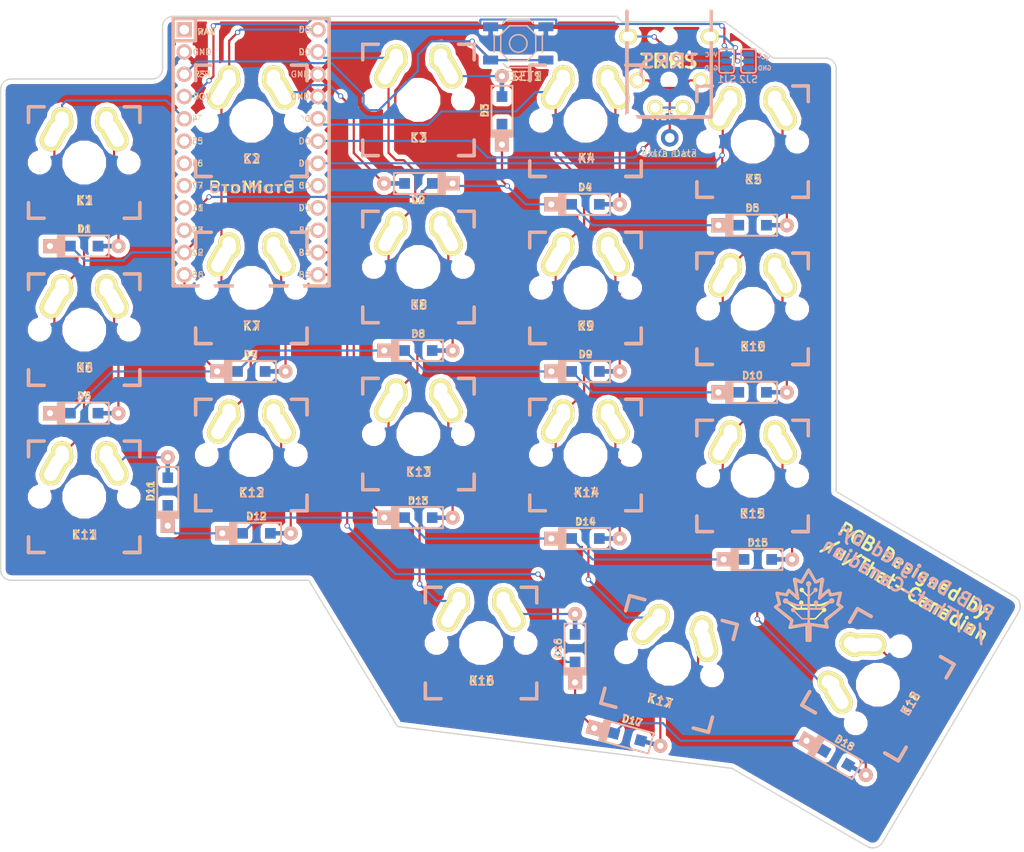
<source format=kicad_pcb>
(kicad_pcb (version 4) (host pcbnew 4.0.6)
  (layers (0 F.Cu signal) (31 B.Cu signal) (34 B.Paste user) (35 F.Paste user) (36 B.SilkS user) (37 F.SilkS user) (38 B.Mask user) (39 F.Mask user) (44 Edge.Cuts user))
  (net 0 "")
  (net 1 "Net-(D1-Pad2)")
  (net 2 /row1)
  (net 3 "Net-(D2-Pad2)")
  (net 4 "Net-(D3-Pad2)")
  (net 5 "Net-(D4-Pad2)")
  (net 6 "Net-(D5-Pad2)")
  (net 7 "Net-(D6-Pad2)")
  (net 8 /row2)
  (net 9 "Net-(D7-Pad2)")
  (net 10 "Net-(D8-Pad2)")
  (net 11 "Net-(D9-Pad2)")
  (net 12 "Net-(D10-Pad2)")
  (net 13 "Net-(D11-Pad2)")
  (net 14 /row3)
  (net 15 "Net-(D12-Pad2)")
  (net 16 "Net-(D13-Pad2)")
  (net 17 "Net-(D14-Pad2)")
  (net 18 "Net-(D15-Pad2)")
  (net 19 "Net-(D16-Pad2)")
  (net 20 /row4)
  (net 21 "Net-(D17-Pad2)")
  (net 22 "Net-(D18-Pad2)")
  (net 23 /col1)
  (net 24 /col2)
  (net 25 /col3)
  (net 26 /col4)
  (net 27 /col5)
  (net 28 /data)
  (net 29 "Net-(K19-Pad2)")
  (net 30 "Net-(K19-Pad1)")
  (net 31 "Net-(K19-Pad4)")
  (net 32 GND)
  (net 33 VCC)
  (net 34 "Net-(U1-Pad1)")
  (net 35 "Net-(U1-Pad6)")
  (net 36 "Net-(U1-Pad7)")
  (net 37 "Net-(U1-Pad8)")
  (net 38 "Net-(U1-Pad9)")
  (net 39 "Net-(U1-Pad10)")
  (net 40 "Net-(U1-Pad22)")
  (net 41 "Net-(U1-Pad21)")
  (net 42 "Net-(U1-Pad20)")
  (net 43 "Net-(RESET1-Pad1)")
  (module canadian_footprints:maple-8mm (layer F.Cu) (at 169.6085 121.412)
    (fp_text reference G*** hide)
    (fp_text value LOGO hide)
  )
  (module Buttons_Switches_SMD:SW_SPST_TL3342 (layer B.Cu) (at 136.5 57.38125)
    (fp_text reference RESET1 (at 0 3.75) (layer B.SilkS) (effects (justify mirror)))
    (fp_text value RESET)
    (pad 1 smd rect (at -3.15 1.9) (size 1.7 1) (layers B.Cu B.Paste B.Mask) (net 43 "Net-(RESET1-Pad1)"))
    (pad 1 smd rect (at 3.15 1.9) (size 1.7 1) (layers B.Cu B.Paste B.Mask) (net 43 "Net-(RESET1-Pad1)"))
    (pad 2 smd rect (at -3.15 -1.9) (size 1.7 1) (layers B.Cu B.Paste B.Mask) (net 32 GND))
    (pad 2 smd rect (at 3.15 -1.9) (size 1.7 1) (layers B.Cu B.Paste B.Mask) (net 32 GND))
  )
  (module Buttons_Switches_SMD:SW_SPST_TL3342 (layer F.Cu) (at 136.5 57.38125 180)
    (fp_text reference RESET1 (at 0 -3.75 180) (layer F.SilkS))
    (fp_text value RESET)
    (pad 1 smd rect (at -3.15 -1.9 180) (size 1.7 1) (layers F.Cu F.Paste F.Mask) (net 43 "Net-(RESET1-Pad1)"))
    (pad 1 smd rect (at 3.15 -1.9 180) (size 1.7 1) (layers F.Cu F.Paste F.Mask) (net 43 "Net-(RESET1-Pad1)"))
    (pad 2 smd rect (at -3.15 1.9 180) (size 1.7 1) (layers F.Cu F.Paste F.Mask) (net 32 GND))
    (pad 2 smd rect (at 3.15 1.9 180) (size 1.7 1) (layers F.Cu F.Paste F.Mask) (net 32 GND))
  )
  (module Wire_Pads:SolderWirePad_single_0-8mmDrill (layer F.Cu) (at 153.7716 68.1482)
    (fp_text reference REF** (at 0 -2.54) (layer F.SilkS))
    (fp_text value SolderWirePad_single_0-8mmDrill)
    (pad 1 thru_hole circle (at 0 0) (size 1.99898 1.99898) (drill 1.0922) (layers *.Cu *.Mask) (net 29 "Net-(K19-Pad2)"))
  )
  (module canadian_footprints:D_SOD123_axial-dual (layer B.Cu) (at 87.01875 80.4875)
    (fp_text reference D1 (at 0 -1.925) (layer B.SilkS) (effects (font (size 0.8 0.8)) (justify mirror)))
    (fp_text value D hide)
    (pad 1 smd rect (at -2.7 0) (size 2.5 0.5) (layers F.Cu) (net 2 /row1))
    (pad 1 smd rect (at -1.575 0) (size 1.2 1.2) (layers F.Cu F.Paste F.Mask) (net 2 /row1))
    (pad 2 smd rect (at 1.575 0) (size 1.2 1.2) (layers F.Cu F.Paste F.Mask) (net 1 "Net-(D1-Pad2)"))
    (pad 2 smd rect (at 2.7 0) (size 2.5 0.5) (layers F.Cu) (net 1 "Net-(D1-Pad2)"))
    (pad 2 smd rect (at 1.575 0) (size 1.2 1.2) (layers B.Cu B.Paste B.Mask) (net 1 "Net-(D1-Pad2)"))
    (pad 1 smd rect (at -1.575 0) (size 1.2 1.2) (layers B.Cu B.Paste B.Mask) (net 2 /row1))
    (pad 1 thru_hole rect (at -3.9 0) (size 1.6 1.6) (drill 0.7) (layers *.Cu *.Mask B.SilkS) (net 2 /row1))
    (pad 2 thru_hole circle (at 3.9 0) (size 1.6 1.6) (drill 0.7) (layers *.Cu *.Mask B.SilkS) (net 1 "Net-(D1-Pad2)"))
    (pad 1 smd rect (at -2.7 0) (size 2.5 0.5) (layers B.Cu) (net 2 /row1))
    (pad 2 smd rect (at 2.7 0) (size 2.5 0.5) (layers B.Cu) (net 1 "Net-(D1-Pad2)"))
  )
  (module canadian_footprints:D_SOD123_axial-dual (layer B.Cu) (at 125.11875 73.34375 180)
    (fp_text reference D2 (at 0 -1.925 180) (layer B.SilkS) (effects (font (size 0.8 0.8)) (justify mirror)))
    (fp_text value D hide)
    (pad 1 smd rect (at -2.7 0 180) (size 2.5 0.5) (layers F.Cu) (net 2 /row1))
    (pad 1 smd rect (at -1.575 0 180) (size 1.2 1.2) (layers F.Cu F.Paste F.Mask) (net 2 /row1))
    (pad 2 smd rect (at 1.575 0 180) (size 1.2 1.2) (layers F.Cu F.Paste F.Mask) (net 3 "Net-(D2-Pad2)"))
    (pad 2 smd rect (at 2.7 0 180) (size 2.5 0.5) (layers F.Cu) (net 3 "Net-(D2-Pad2)"))
    (pad 2 smd rect (at 1.575 0 180) (size 1.2 1.2) (layers B.Cu B.Paste B.Mask) (net 3 "Net-(D2-Pad2)"))
    (pad 1 smd rect (at -1.575 0 180) (size 1.2 1.2) (layers B.Cu B.Paste B.Mask) (net 2 /row1))
    (pad 1 thru_hole rect (at -3.9 0 180) (size 1.6 1.6) (drill 0.7) (layers *.Cu *.Mask B.SilkS) (net 2 /row1))
    (pad 2 thru_hole circle (at 3.9 0 180) (size 1.6 1.6) (drill 0.7) (layers *.Cu *.Mask B.SilkS) (net 3 "Net-(D2-Pad2)"))
    (pad 1 smd rect (at -2.7 0 180) (size 2.5 0.5) (layers B.Cu) (net 2 /row1))
    (pad 2 smd rect (at 2.7 0 180) (size 2.5 0.5) (layers B.Cu) (net 3 "Net-(D2-Pad2)"))
  )
  (module canadian_footprints:D_SOD123_axial-dual (layer B.Cu) (at 134.64375 65.009375 90)
    (fp_text reference D3 (at 0 -1.925 90) (layer B.SilkS) (effects (font (size 0.8 0.8)) (justify mirror)))
    (fp_text value D hide)
    (pad 1 smd rect (at -2.7 0 90) (size 2.5 0.5) (layers F.Cu) (net 2 /row1))
    (pad 1 smd rect (at -1.575 0 90) (size 1.2 1.2) (layers F.Cu F.Paste F.Mask) (net 2 /row1))
    (pad 2 smd rect (at 1.575 0 90) (size 1.2 1.2) (layers F.Cu F.Paste F.Mask) (net 4 "Net-(D3-Pad2)"))
    (pad 2 smd rect (at 2.7 0 90) (size 2.5 0.5) (layers F.Cu) (net 4 "Net-(D3-Pad2)"))
    (pad 2 smd rect (at 1.575 0 90) (size 1.2 1.2) (layers B.Cu B.Paste B.Mask) (net 4 "Net-(D3-Pad2)"))
    (pad 1 smd rect (at -1.575 0 90) (size 1.2 1.2) (layers B.Cu B.Paste B.Mask) (net 2 /row1))
    (pad 1 thru_hole rect (at -3.9 0 90) (size 1.6 1.6) (drill 0.7) (layers *.Cu *.Mask B.SilkS) (net 2 /row1))
    (pad 2 thru_hole circle (at 3.9 0 90) (size 1.6 1.6) (drill 0.7) (layers *.Cu *.Mask B.SilkS) (net 4 "Net-(D3-Pad2)"))
    (pad 1 smd rect (at -2.7 0 90) (size 2.5 0.5) (layers B.Cu) (net 2 /row1))
    (pad 2 smd rect (at 2.7 0 90) (size 2.5 0.5) (layers B.Cu) (net 4 "Net-(D3-Pad2)"))
  )
  (module canadian_footprints:D_SOD123_axial-dual (layer B.Cu) (at 144.16875 75.725)
    (fp_text reference D4 (at 0 -1.925) (layer B.SilkS) (effects (font (size 0.8 0.8)) (justify mirror)))
    (fp_text value D hide)
    (pad 1 smd rect (at -2.7 0) (size 2.5 0.5) (layers F.Cu) (net 2 /row1))
    (pad 1 smd rect (at -1.575 0) (size 1.2 1.2) (layers F.Cu F.Paste F.Mask) (net 2 /row1))
    (pad 2 smd rect (at 1.575 0) (size 1.2 1.2) (layers F.Cu F.Paste F.Mask) (net 5 "Net-(D4-Pad2)"))
    (pad 2 smd rect (at 2.7 0) (size 2.5 0.5) (layers F.Cu) (net 5 "Net-(D4-Pad2)"))
    (pad 2 smd rect (at 1.575 0) (size 1.2 1.2) (layers B.Cu B.Paste B.Mask) (net 5 "Net-(D4-Pad2)"))
    (pad 1 smd rect (at -1.575 0) (size 1.2 1.2) (layers B.Cu B.Paste B.Mask) (net 2 /row1))
    (pad 1 thru_hole rect (at -3.9 0) (size 1.6 1.6) (drill 0.7) (layers *.Cu *.Mask B.SilkS) (net 2 /row1))
    (pad 2 thru_hole circle (at 3.9 0) (size 1.6 1.6) (drill 0.7) (layers *.Cu *.Mask B.SilkS) (net 5 "Net-(D4-Pad2)"))
    (pad 1 smd rect (at -2.7 0) (size 2.5 0.5) (layers B.Cu) (net 2 /row1))
    (pad 2 smd rect (at 2.7 0) (size 2.5 0.5) (layers B.Cu) (net 5 "Net-(D4-Pad2)"))
  )
  (module canadian_footprints:D_SOD123_axial-dual (layer B.Cu) (at 163.21875 78.10625)
    (fp_text reference D5 (at 0 -1.925) (layer B.SilkS) (effects (font (size 0.8 0.8)) (justify mirror)))
    (fp_text value D hide)
    (pad 1 smd rect (at -2.7 0) (size 2.5 0.5) (layers F.Cu) (net 2 /row1))
    (pad 1 smd rect (at -1.575 0) (size 1.2 1.2) (layers F.Cu F.Paste F.Mask) (net 2 /row1))
    (pad 2 smd rect (at 1.575 0) (size 1.2 1.2) (layers F.Cu F.Paste F.Mask) (net 6 "Net-(D5-Pad2)"))
    (pad 2 smd rect (at 2.7 0) (size 2.5 0.5) (layers F.Cu) (net 6 "Net-(D5-Pad2)"))
    (pad 2 smd rect (at 1.575 0) (size 1.2 1.2) (layers B.Cu B.Paste B.Mask) (net 6 "Net-(D5-Pad2)"))
    (pad 1 smd rect (at -1.575 0) (size 1.2 1.2) (layers B.Cu B.Paste B.Mask) (net 2 /row1))
    (pad 1 thru_hole rect (at -3.9 0) (size 1.6 1.6) (drill 0.7) (layers *.Cu *.Mask B.SilkS) (net 2 /row1))
    (pad 2 thru_hole circle (at 3.9 0) (size 1.6 1.6) (drill 0.7) (layers *.Cu *.Mask B.SilkS) (net 6 "Net-(D5-Pad2)"))
    (pad 1 smd rect (at -2.7 0) (size 2.5 0.5) (layers B.Cu) (net 2 /row1))
    (pad 2 smd rect (at 2.7 0) (size 2.5 0.5) (layers B.Cu) (net 6 "Net-(D5-Pad2)"))
  )
  (module canadian_footprints:D_SOD123_axial-dual (layer B.Cu) (at 87.01875 99.5375)
    (fp_text reference D6 (at 0 -1.925) (layer B.SilkS) (effects (font (size 0.8 0.8)) (justify mirror)))
    (fp_text value D hide)
    (pad 1 smd rect (at -2.7 0) (size 2.5 0.5) (layers F.Cu) (net 8 /row2))
    (pad 1 smd rect (at -1.575 0) (size 1.2 1.2) (layers F.Cu F.Paste F.Mask) (net 8 /row2))
    (pad 2 smd rect (at 1.575 0) (size 1.2 1.2) (layers F.Cu F.Paste F.Mask) (net 7 "Net-(D6-Pad2)"))
    (pad 2 smd rect (at 2.7 0) (size 2.5 0.5) (layers F.Cu) (net 7 "Net-(D6-Pad2)"))
    (pad 2 smd rect (at 1.575 0) (size 1.2 1.2) (layers B.Cu B.Paste B.Mask) (net 7 "Net-(D6-Pad2)"))
    (pad 1 smd rect (at -1.575 0) (size 1.2 1.2) (layers B.Cu B.Paste B.Mask) (net 8 /row2))
    (pad 1 thru_hole rect (at -3.9 0) (size 1.6 1.6) (drill 0.7) (layers *.Cu *.Mask B.SilkS) (net 8 /row2))
    (pad 2 thru_hole circle (at 3.9 0) (size 1.6 1.6) (drill 0.7) (layers *.Cu *.Mask B.SilkS) (net 7 "Net-(D6-Pad2)"))
    (pad 1 smd rect (at -2.7 0) (size 2.5 0.5) (layers B.Cu) (net 8 /row2))
    (pad 2 smd rect (at 2.7 0) (size 2.5 0.5) (layers B.Cu) (net 7 "Net-(D6-Pad2)"))
  )
  (module canadian_footprints:D_SOD123_axial-dual (layer B.Cu) (at 106.06875 94.775)
    (fp_text reference D7 (at 0 -1.925) (layer B.SilkS) (effects (font (size 0.8 0.8)) (justify mirror)))
    (fp_text value D hide)
    (pad 1 smd rect (at -2.7 0) (size 2.5 0.5) (layers F.Cu) (net 8 /row2))
    (pad 1 smd rect (at -1.575 0) (size 1.2 1.2) (layers F.Cu F.Paste F.Mask) (net 8 /row2))
    (pad 2 smd rect (at 1.575 0) (size 1.2 1.2) (layers F.Cu F.Paste F.Mask) (net 9 "Net-(D7-Pad2)"))
    (pad 2 smd rect (at 2.7 0) (size 2.5 0.5) (layers F.Cu) (net 9 "Net-(D7-Pad2)"))
    (pad 2 smd rect (at 1.575 0) (size 1.2 1.2) (layers B.Cu B.Paste B.Mask) (net 9 "Net-(D7-Pad2)"))
    (pad 1 smd rect (at -1.575 0) (size 1.2 1.2) (layers B.Cu B.Paste B.Mask) (net 8 /row2))
    (pad 1 thru_hole rect (at -3.9 0) (size 1.6 1.6) (drill 0.7) (layers *.Cu *.Mask B.SilkS) (net 8 /row2))
    (pad 2 thru_hole circle (at 3.9 0) (size 1.6 1.6) (drill 0.7) (layers *.Cu *.Mask B.SilkS) (net 9 "Net-(D7-Pad2)"))
    (pad 1 smd rect (at -2.7 0) (size 2.5 0.5) (layers B.Cu) (net 8 /row2))
    (pad 2 smd rect (at 2.7 0) (size 2.5 0.5) (layers B.Cu) (net 9 "Net-(D7-Pad2)"))
  )
  (module canadian_footprints:D_SOD123_axial-dual (layer B.Cu) (at 125.11875 92.39375)
    (fp_text reference D8 (at 0 -1.925) (layer B.SilkS) (effects (font (size 0.8 0.8)) (justify mirror)))
    (fp_text value D hide)
    (pad 1 smd rect (at -2.7 0) (size 2.5 0.5) (layers F.Cu) (net 8 /row2))
    (pad 1 smd rect (at -1.575 0) (size 1.2 1.2) (layers F.Cu F.Paste F.Mask) (net 8 /row2))
    (pad 2 smd rect (at 1.575 0) (size 1.2 1.2) (layers F.Cu F.Paste F.Mask) (net 10 "Net-(D8-Pad2)"))
    (pad 2 smd rect (at 2.7 0) (size 2.5 0.5) (layers F.Cu) (net 10 "Net-(D8-Pad2)"))
    (pad 2 smd rect (at 1.575 0) (size 1.2 1.2) (layers B.Cu B.Paste B.Mask) (net 10 "Net-(D8-Pad2)"))
    (pad 1 smd rect (at -1.575 0) (size 1.2 1.2) (layers B.Cu B.Paste B.Mask) (net 8 /row2))
    (pad 1 thru_hole rect (at -3.9 0) (size 1.6 1.6) (drill 0.7) (layers *.Cu *.Mask B.SilkS) (net 8 /row2))
    (pad 2 thru_hole circle (at 3.9 0) (size 1.6 1.6) (drill 0.7) (layers *.Cu *.Mask B.SilkS) (net 10 "Net-(D8-Pad2)"))
    (pad 1 smd rect (at -2.7 0) (size 2.5 0.5) (layers B.Cu) (net 8 /row2))
    (pad 2 smd rect (at 2.7 0) (size 2.5 0.5) (layers B.Cu) (net 10 "Net-(D8-Pad2)"))
  )
  (module canadian_footprints:D_SOD123_axial-dual (layer B.Cu) (at 144.16875 94.775)
    (fp_text reference D9 (at 0 -1.925) (layer B.SilkS) (effects (font (size 0.8 0.8)) (justify mirror)))
    (fp_text value D hide)
    (pad 1 smd rect (at -2.7 0) (size 2.5 0.5) (layers F.Cu) (net 8 /row2))
    (pad 1 smd rect (at -1.575 0) (size 1.2 1.2) (layers F.Cu F.Paste F.Mask) (net 8 /row2))
    (pad 2 smd rect (at 1.575 0) (size 1.2 1.2) (layers F.Cu F.Paste F.Mask) (net 11 "Net-(D9-Pad2)"))
    (pad 2 smd rect (at 2.7 0) (size 2.5 0.5) (layers F.Cu) (net 11 "Net-(D9-Pad2)"))
    (pad 2 smd rect (at 1.575 0) (size 1.2 1.2) (layers B.Cu B.Paste B.Mask) (net 11 "Net-(D9-Pad2)"))
    (pad 1 smd rect (at -1.575 0) (size 1.2 1.2) (layers B.Cu B.Paste B.Mask) (net 8 /row2))
    (pad 1 thru_hole rect (at -3.9 0) (size 1.6 1.6) (drill 0.7) (layers *.Cu *.Mask B.SilkS) (net 8 /row2))
    (pad 2 thru_hole circle (at 3.9 0) (size 1.6 1.6) (drill 0.7) (layers *.Cu *.Mask B.SilkS) (net 11 "Net-(D9-Pad2)"))
    (pad 1 smd rect (at -2.7 0) (size 2.5 0.5) (layers B.Cu) (net 8 /row2))
    (pad 2 smd rect (at 2.7 0) (size 2.5 0.5) (layers B.Cu) (net 11 "Net-(D9-Pad2)"))
  )
  (module canadian_footprints:D_SOD123_axial-dual (layer B.Cu) (at 163.21875 97.15625)
    (fp_text reference D10 (at 0 -1.925) (layer B.SilkS) (effects (font (size 0.8 0.8)) (justify mirror)))
    (fp_text value D hide)
    (pad 1 smd rect (at -2.7 0) (size 2.5 0.5) (layers F.Cu) (net 8 /row2))
    (pad 1 smd rect (at -1.575 0) (size 1.2 1.2) (layers F.Cu F.Paste F.Mask) (net 8 /row2))
    (pad 2 smd rect (at 1.575 0) (size 1.2 1.2) (layers F.Cu F.Paste F.Mask) (net 12 "Net-(D10-Pad2)"))
    (pad 2 smd rect (at 2.7 0) (size 2.5 0.5) (layers F.Cu) (net 12 "Net-(D10-Pad2)"))
    (pad 2 smd rect (at 1.575 0) (size 1.2 1.2) (layers B.Cu B.Paste B.Mask) (net 12 "Net-(D10-Pad2)"))
    (pad 1 smd rect (at -1.575 0) (size 1.2 1.2) (layers B.Cu B.Paste B.Mask) (net 8 /row2))
    (pad 1 thru_hole rect (at -3.9 0) (size 1.6 1.6) (drill 0.7) (layers *.Cu *.Mask B.SilkS) (net 8 /row2))
    (pad 2 thru_hole circle (at 3.9 0) (size 1.6 1.6) (drill 0.7) (layers *.Cu *.Mask B.SilkS) (net 12 "Net-(D10-Pad2)"))
    (pad 1 smd rect (at -2.7 0) (size 2.5 0.5) (layers B.Cu) (net 8 /row2))
    (pad 2 smd rect (at 2.7 0) (size 2.5 0.5) (layers B.Cu) (net 12 "Net-(D10-Pad2)"))
  )
  (module canadian_footprints:D_SOD123_axial-dual (layer B.Cu) (at 96.54375 108.467188 90)
    (fp_text reference D11 (at 0 -1.925 90) (layer B.SilkS) (effects (font (size 0.8 0.8)) (justify mirror)))
    (fp_text value D hide)
    (pad 1 smd rect (at -2.7 0 90) (size 2.5 0.5) (layers F.Cu) (net 14 /row3))
    (pad 1 smd rect (at -1.575 0 90) (size 1.2 1.2) (layers F.Cu F.Paste F.Mask) (net 14 /row3))
    (pad 2 smd rect (at 1.575 0 90) (size 1.2 1.2) (layers F.Cu F.Paste F.Mask) (net 13 "Net-(D11-Pad2)"))
    (pad 2 smd rect (at 2.7 0 90) (size 2.5 0.5) (layers F.Cu) (net 13 "Net-(D11-Pad2)"))
    (pad 2 smd rect (at 1.575 0 90) (size 1.2 1.2) (layers B.Cu B.Paste B.Mask) (net 13 "Net-(D11-Pad2)"))
    (pad 1 smd rect (at -1.575 0 90) (size 1.2 1.2) (layers B.Cu B.Paste B.Mask) (net 14 /row3))
    (pad 1 thru_hole rect (at -3.9 0 90) (size 1.6 1.6) (drill 0.7) (layers *.Cu *.Mask B.SilkS) (net 14 /row3))
    (pad 2 thru_hole circle (at 3.9 0 90) (size 1.6 1.6) (drill 0.7) (layers *.Cu *.Mask B.SilkS) (net 13 "Net-(D11-Pad2)"))
    (pad 1 smd rect (at -2.7 0 90) (size 2.5 0.5) (layers B.Cu) (net 14 /row3))
    (pad 2 smd rect (at 2.7 0 90) (size 2.5 0.5) (layers B.Cu) (net 13 "Net-(D11-Pad2)"))
  )
  (module canadian_footprints:D_SOD123_axial-dual (layer B.Cu) (at 106.664063 113.229688)
    (fp_text reference D12 (at 0 -1.925) (layer B.SilkS) (effects (font (size 0.8 0.8)) (justify mirror)))
    (fp_text value D hide)
    (pad 1 smd rect (at -2.7 0) (size 2.5 0.5) (layers F.Cu) (net 14 /row3))
    (pad 1 smd rect (at -1.575 0) (size 1.2 1.2) (layers F.Cu F.Paste F.Mask) (net 14 /row3))
    (pad 2 smd rect (at 1.575 0) (size 1.2 1.2) (layers F.Cu F.Paste F.Mask) (net 15 "Net-(D12-Pad2)"))
    (pad 2 smd rect (at 2.7 0) (size 2.5 0.5) (layers F.Cu) (net 15 "Net-(D12-Pad2)"))
    (pad 2 smd rect (at 1.575 0) (size 1.2 1.2) (layers B.Cu B.Paste B.Mask) (net 15 "Net-(D12-Pad2)"))
    (pad 1 smd rect (at -1.575 0) (size 1.2 1.2) (layers B.Cu B.Paste B.Mask) (net 14 /row3))
    (pad 1 thru_hole rect (at -3.9 0) (size 1.6 1.6) (drill 0.7) (layers *.Cu *.Mask B.SilkS) (net 14 /row3))
    (pad 2 thru_hole circle (at 3.9 0) (size 1.6 1.6) (drill 0.7) (layers *.Cu *.Mask B.SilkS) (net 15 "Net-(D12-Pad2)"))
    (pad 1 smd rect (at -2.7 0) (size 2.5 0.5) (layers B.Cu) (net 14 /row3))
    (pad 2 smd rect (at 2.7 0) (size 2.5 0.5) (layers B.Cu) (net 15 "Net-(D12-Pad2)"))
  )
  (module canadian_footprints:D_SOD123_axial-dual (layer B.Cu) (at 125.11875 111.44375)
    (fp_text reference D13 (at 0 -1.925) (layer B.SilkS) (effects (font (size 0.8 0.8)) (justify mirror)))
    (fp_text value D hide)
    (pad 1 smd rect (at -2.7 0) (size 2.5 0.5) (layers F.Cu) (net 14 /row3))
    (pad 1 smd rect (at -1.575 0) (size 1.2 1.2) (layers F.Cu F.Paste F.Mask) (net 14 /row3))
    (pad 2 smd rect (at 1.575 0) (size 1.2 1.2) (layers F.Cu F.Paste F.Mask) (net 16 "Net-(D13-Pad2)"))
    (pad 2 smd rect (at 2.7 0) (size 2.5 0.5) (layers F.Cu) (net 16 "Net-(D13-Pad2)"))
    (pad 2 smd rect (at 1.575 0) (size 1.2 1.2) (layers B.Cu B.Paste B.Mask) (net 16 "Net-(D13-Pad2)"))
    (pad 1 smd rect (at -1.575 0) (size 1.2 1.2) (layers B.Cu B.Paste B.Mask) (net 14 /row3))
    (pad 1 thru_hole rect (at -3.9 0) (size 1.6 1.6) (drill 0.7) (layers *.Cu *.Mask B.SilkS) (net 14 /row3))
    (pad 2 thru_hole circle (at 3.9 0) (size 1.6 1.6) (drill 0.7) (layers *.Cu *.Mask B.SilkS) (net 16 "Net-(D13-Pad2)"))
    (pad 1 smd rect (at -2.7 0) (size 2.5 0.5) (layers B.Cu) (net 14 /row3))
    (pad 2 smd rect (at 2.7 0) (size 2.5 0.5) (layers B.Cu) (net 16 "Net-(D13-Pad2)"))
  )
  (module canadian_footprints:D_SOD123_axial-dual (layer B.Cu) (at 144.16875 113.825)
    (fp_text reference D14 (at 0 -1.925) (layer B.SilkS) (effects (font (size 0.8 0.8)) (justify mirror)))
    (fp_text value D hide)
    (pad 1 smd rect (at -2.7 0) (size 2.5 0.5) (layers F.Cu) (net 14 /row3))
    (pad 1 smd rect (at -1.575 0) (size 1.2 1.2) (layers F.Cu F.Paste F.Mask) (net 14 /row3))
    (pad 2 smd rect (at 1.575 0) (size 1.2 1.2) (layers F.Cu F.Paste F.Mask) (net 17 "Net-(D14-Pad2)"))
    (pad 2 smd rect (at 2.7 0) (size 2.5 0.5) (layers F.Cu) (net 17 "Net-(D14-Pad2)"))
    (pad 2 smd rect (at 1.575 0) (size 1.2 1.2) (layers B.Cu B.Paste B.Mask) (net 17 "Net-(D14-Pad2)"))
    (pad 1 smd rect (at -1.575 0) (size 1.2 1.2) (layers B.Cu B.Paste B.Mask) (net 14 /row3))
    (pad 1 thru_hole rect (at -3.9 0) (size 1.6 1.6) (drill 0.7) (layers *.Cu *.Mask B.SilkS) (net 14 /row3))
    (pad 2 thru_hole circle (at 3.9 0) (size 1.6 1.6) (drill 0.7) (layers *.Cu *.Mask B.SilkS) (net 17 "Net-(D14-Pad2)"))
    (pad 1 smd rect (at -2.7 0) (size 2.5 0.5) (layers B.Cu) (net 14 /row3))
    (pad 2 smd rect (at 2.7 0) (size 2.5 0.5) (layers B.Cu) (net 17 "Net-(D14-Pad2)"))
  )
  (module canadian_footprints:D_SOD123_axial-dual (layer B.Cu) (at 163.814063 116.20625)
    (fp_text reference D15 (at 0 -1.925) (layer B.SilkS) (effects (font (size 0.8 0.8)) (justify mirror)))
    (fp_text value D hide)
    (pad 1 smd rect (at -2.7 0) (size 2.5 0.5) (layers F.Cu) (net 14 /row3))
    (pad 1 smd rect (at -1.575 0) (size 1.2 1.2) (layers F.Cu F.Paste F.Mask) (net 14 /row3))
    (pad 2 smd rect (at 1.575 0) (size 1.2 1.2) (layers F.Cu F.Paste F.Mask) (net 18 "Net-(D15-Pad2)"))
    (pad 2 smd rect (at 2.7 0) (size 2.5 0.5) (layers F.Cu) (net 18 "Net-(D15-Pad2)"))
    (pad 2 smd rect (at 1.575 0) (size 1.2 1.2) (layers B.Cu B.Paste B.Mask) (net 18 "Net-(D15-Pad2)"))
    (pad 1 smd rect (at -1.575 0) (size 1.2 1.2) (layers B.Cu B.Paste B.Mask) (net 14 /row3))
    (pad 1 thru_hole rect (at -3.9 0) (size 1.6 1.6) (drill 0.7) (layers *.Cu *.Mask B.SilkS) (net 14 /row3))
    (pad 2 thru_hole circle (at 3.9 0) (size 1.6 1.6) (drill 0.7) (layers *.Cu *.Mask B.SilkS) (net 18 "Net-(D15-Pad2)"))
    (pad 1 smd rect (at -2.7 0) (size 2.5 0.5) (layers B.Cu) (net 14 /row3))
    (pad 2 smd rect (at 2.7 0) (size 2.5 0.5) (layers B.Cu) (net 18 "Net-(D15-Pad2)"))
  )
  (module canadian_footprints:D_SOD123_axial-dual (layer B.Cu) (at 142.978125 126.326563 90)
    (fp_text reference D16 (at 0 -1.925 90) (layer B.SilkS) (effects (font (size 0.8 0.8)) (justify mirror)))
    (fp_text value D hide)
    (pad 1 smd rect (at -2.7 0 90) (size 2.5 0.5) (layers F.Cu) (net 20 /row4))
    (pad 1 smd rect (at -1.575 0 90) (size 1.2 1.2) (layers F.Cu F.Paste F.Mask) (net 20 /row4))
    (pad 2 smd rect (at 1.575 0 90) (size 1.2 1.2) (layers F.Cu F.Paste F.Mask) (net 19 "Net-(D16-Pad2)"))
    (pad 2 smd rect (at 2.7 0 90) (size 2.5 0.5) (layers F.Cu) (net 19 "Net-(D16-Pad2)"))
    (pad 2 smd rect (at 1.575 0 90) (size 1.2 1.2) (layers B.Cu B.Paste B.Mask) (net 19 "Net-(D16-Pad2)"))
    (pad 1 smd rect (at -1.575 0 90) (size 1.2 1.2) (layers B.Cu B.Paste B.Mask) (net 20 /row4))
    (pad 1 thru_hole rect (at -3.9 0 90) (size 1.6 1.6) (drill 0.7) (layers *.Cu *.Mask B.SilkS) (net 20 /row4))
    (pad 2 thru_hole circle (at 3.9 0 90) (size 1.6 1.6) (drill 0.7) (layers *.Cu *.Mask B.SilkS) (net 19 "Net-(D16-Pad2)"))
    (pad 1 smd rect (at -2.7 0 90) (size 2.5 0.5) (layers B.Cu) (net 20 /row4))
    (pad 2 smd rect (at 2.7 0 90) (size 2.5 0.5) (layers B.Cu) (net 19 "Net-(D16-Pad2)"))
  )
  (module canadian_footprints:D_SOD123_axial-dual (layer B.Cu) (at 148.93125 136.446875 345)
    (fp_text reference D17 (at 0 -1.925 345) (layer B.SilkS) (effects (font (size 0.8 0.8)) (justify mirror)))
    (fp_text value D hide)
    (pad 1 smd rect (at -2.7 0 345) (size 2.5 0.5) (layers F.Cu) (net 20 /row4))
    (pad 1 smd rect (at -1.575 0 345) (size 1.2 1.2) (layers F.Cu F.Paste F.Mask) (net 20 /row4))
    (pad 2 smd rect (at 1.575 0 345) (size 1.2 1.2) (layers F.Cu F.Paste F.Mask) (net 21 "Net-(D17-Pad2)"))
    (pad 2 smd rect (at 2.7 0 345) (size 2.5 0.5) (layers F.Cu) (net 21 "Net-(D17-Pad2)"))
    (pad 2 smd rect (at 1.575 0 345) (size 1.2 1.2) (layers B.Cu B.Paste B.Mask) (net 21 "Net-(D17-Pad2)"))
    (pad 1 smd rect (at -1.575 0 345) (size 1.2 1.2) (layers B.Cu B.Paste B.Mask) (net 20 /row4))
    (pad 1 thru_hole rect (at -3.9 0 345) (size 1.6 1.6) (drill 0.7) (layers *.Cu *.Mask B.SilkS) (net 20 /row4))
    (pad 2 thru_hole circle (at 3.9 0 345) (size 1.6 1.6) (drill 0.7) (layers *.Cu *.Mask B.SilkS) (net 21 "Net-(D17-Pad2)"))
    (pad 1 smd rect (at -2.7 0 345) (size 2.5 0.5) (layers B.Cu) (net 20 /row4))
    (pad 2 smd rect (at 2.7 0 345) (size 2.5 0.5) (layers B.Cu) (net 21 "Net-(D17-Pad2)"))
  )
  (module canadian_footprints:D_SOD123_axial-dual (layer B.Cu) (at 172.74375 138.828125 330)
    (fp_text reference D18 (at 0 -1.925 330) (layer B.SilkS) (effects (font (size 0.8 0.8)) (justify mirror)))
    (fp_text value D hide)
    (pad 1 smd rect (at -2.7 0 330) (size 2.5 0.5) (layers F.Cu) (net 20 /row4))
    (pad 1 smd rect (at -1.575 0 330) (size 1.2 1.2) (layers F.Cu F.Paste F.Mask) (net 20 /row4))
    (pad 2 smd rect (at 1.575 0 330) (size 1.2 1.2) (layers F.Cu F.Paste F.Mask) (net 22 "Net-(D18-Pad2)"))
    (pad 2 smd rect (at 2.7 0 330) (size 2.5 0.5) (layers F.Cu) (net 22 "Net-(D18-Pad2)"))
    (pad 2 smd rect (at 1.575 0 330) (size 1.2 1.2) (layers B.Cu B.Paste B.Mask) (net 22 "Net-(D18-Pad2)"))
    (pad 1 smd rect (at -1.575 0 330) (size 1.2 1.2) (layers B.Cu B.Paste B.Mask) (net 20 /row4))
    (pad 1 thru_hole rect (at -3.9 0 330) (size 1.6 1.6) (drill 0.7) (layers *.Cu *.Mask B.SilkS) (net 20 /row4))
    (pad 2 thru_hole circle (at 3.9 0 330) (size 1.6 1.6) (drill 0.7) (layers *.Cu *.Mask B.SilkS) (net 22 "Net-(D18-Pad2)"))
    (pad 1 smd rect (at -2.7 0 330) (size 2.5 0.5) (layers B.Cu) (net 20 /row4))
    (pad 2 smd rect (at 2.7 0 330) (size 2.5 0.5) (layers B.Cu) (net 22 "Net-(D18-Pad2)"))
  )
  (module canadian_footprints:Mx_Alps_175-dualside (layer F.Cu) (at 177.50625 130.49375 60)
    (fp_text reference K18 hide)
    (fp_text value KEYSW hide)
    (pad 1 thru_hole oval (at -2.52 -4.79 63.9) (size 2.5 3.08) (drill oval 1.5 2.08) (layers *.Cu *.Mask F.SilkS) (net 27 /col5))
    (pad 2 thru_hole oval (at 3.405 -3.27 89.05) (size 2.5 4.17) (drill oval 1.5 3.17) (layers *.Cu *.Mask F.SilkS) (net 22 "Net-(D18-Pad2)"))
    (pad HOLE np_thru_hole circle (at 0 0 60) (size 3.9878 3.9878) (drill 3.9878) (layers *.Cu))
    (pad HOLE np_thru_hole circle (at -5.08 0 60) (size 1.7018 1.7018) (drill 1.7018) (layers *.Cu))
    (pad HOLE np_thru_hole circle (at 5.08 0 60) (size 1.7018 1.7018) (drill 1.7018) (layers *.Cu))
    (pad 1 thru_hole oval (at -3.405 -3.27 30.95) (size 2.5 4.17) (drill oval 1.5 3.17) (layers *.Cu *.Mask F.SilkS) (net 27 /col5))
    (pad 2 thru_hole oval (at 2.52 -4.79 56.1) (size 2.5 3.08) (drill oval 1.5 2.08) (layers *.Cu *.Mask F.SilkS) (net 22 "Net-(D18-Pad2)"))
  )
  (module canadian_footprints:4pin35mmAudio-dualsided (layer F.Cu) (at 153.69375 53.698438 270)
    (fp_text reference K19 hide)
    (fp_text value TRRS (at 5.715 0 360) (layer F.SilkS) (effects (font (size 1.524 1.778) (thickness 0.3048))))
    (fp_text user TRRS (at 5.715 0 360) (layer B.SilkS) (effects (font (size 1.524 1.778) (thickness 0.3048)) (justify mirror)))
    (pad 3 thru_hole circle (at 10.9982 1.6002 90) (size 1.7526 1.7526) (drill 1.0922) (layers *.Cu *.Mask F.SilkS) (net 28 /data))
    (pad 2 thru_hole circle (at 7.8994 -3.6068 90) (size 1.7526 1.7526) (drill 1.0922) (layers *.Cu *.Mask F.SilkS) (net 29 "Net-(K19-Pad2)"))
    (pad 1 thru_hole oval (at 2.8956 -4.6482 270) (size 1.7526 2.0574) (drill oval 1.0922 1.397) (layers *.Cu *.Mask F.SilkS) (net 30 "Net-(K19-Pad1)"))
    (pad 2 thru_hole circle (at 7.8994 3.6068 270) (size 1.7526 1.7526) (drill 1.0922) (layers *.Cu *.Mask F.SilkS) (net 29 "Net-(K19-Pad2)"))
    (pad 3 thru_hole circle (at 10.9982 -1.6002 270) (size 1.7526 1.7526) (drill 1.0922) (layers *.Cu *.Mask F.SilkS) (net 28 /data))
    (pad 4 thru_hole oval (at 2.8956 4.6482 270) (size 1.7526 2.0574) (drill oval 1.0922 1.397) (layers *.Cu *.Mask F.SilkS) (net 31 "Net-(K19-Pad4)"))
    (pad HOLE np_thru_hole circle (at 2.8956 0 270) (size 0.9906 0.9906) (drill 0.9906) (layers *.Cu *.Mask F.SilkS))
    (pad HOLE np_thru_hole circle (at 7.8994 0 270) (size 0.9906 0.9906) (drill 0.9906) (layers *.Cu *.Mask F.SilkS))
  )
  (module canadian_footprints:SOLDER_JUMPER_3 (layer B.Cu) (at 160.25 59.38125 270)
    (fp_text reference SJ1 (at 2.08675 -0.024 360) (layer B.SilkS) (effects (font (size 0.8 0.8)) (justify mirror)))
    (fp_text value SOLDER_JUMPER_3 hide)
    (pad 2 smd rect (at 0 0 270) (size 0.6 1.2) (layers B.Cu B.Mask) (net 31 "Net-(K19-Pad4)") (clearance 0.1))
    (pad 3 smd rect (at 0.8 0 270) (size 0.6 1.2) (layers B.Cu B.Mask) (net 32 GND) (clearance 0.1))
    (pad 1 smd rect (at -0.8 0 270) (size 0.6 1.2) (layers B.Cu B.Mask) (net 33 VCC) (clearance 0.1))
  )
  (module canadian_footprints:SOLDER_JUMPER_3 (layer B.Cu) (at 162.75 59.38125 270)
    (fp_text reference SJ2 (at 2.08675 -0.0005 540) (layer B.SilkS) (effects (font (size 0.8 0.8)) (justify mirror)))
    (fp_text value SOLDER_JUMPER_3 hide)
    (pad 2 smd rect (at 0 0 270) (size 0.6 1.2) (layers B.Cu B.Mask) (net 30 "Net-(K19-Pad1)") (clearance 0.1))
    (pad 3 smd rect (at 0.8 0 270) (size 0.6 1.2) (layers B.Cu B.Mask) (net 32 GND) (clearance 0.1))
    (pad 1 smd rect (at -0.8 0 270) (size 0.6 1.2) (layers B.Cu B.Mask) (net 33 VCC) (clearance 0.1))
  )
  (module canadian_footprints:Pro_Micro (layer F.Cu) (at 106.045 68.2625)
    (fp_text reference U1)
    (fp_text value ProMicro (at 0.0635 5.5245) (layer F.SilkS) (effects (font (size 1.27 1.524) (thickness 0.2032))))
    (fp_text user RAW (at -5.08 -12.192) (layer B.SilkS) (effects (font (size 0.7 0.7) (thickness 0.1)) (justify mirror)))
    (fp_text user GND (at -5.588 -9.906) (layer B.SilkS) (effects (font (size 0.7 0.7) (thickness 0.1)) (justify mirror)))
    (fp_text user RST (at -5.588 -7.366) (layer B.SilkS) (effects (font (size 0.7 0.7) (thickness 0.1)) (justify mirror)))
    (fp_text user VCC (at -5.588 -4.826) (layer B.SilkS) (effects (font (size 0.7 0.7) (thickness 0.1)) (justify mirror)))
    (fp_text user F4 (at -6.096 -2.286) (layer B.SilkS) (effects (font (size 0.7 0.7) (thickness 0.1)) (justify mirror)))
    (fp_text user F5 (at -6.096 0.254) (layer B.SilkS) (effects (font (size 0.7 0.7) (thickness 0.1)) (justify mirror)))
    (fp_text user F7 (at -6.096 5.334) (layer B.SilkS) (effects (font (size 0.7 0.7) (thickness 0.1)) (justify mirror)))
    (fp_text user F6 (at -6.096 2.794) (layer B.SilkS) (effects (font (size 0.7 0.7) (thickness 0.1)) (justify mirror)))
    (fp_text user B1 (at -6.096 7.874) (layer B.SilkS) (effects (font (size 0.7 0.7) (thickness 0.1)) (justify mirror)))
    (fp_text user B3 (at -6.096 10.414) (layer B.SilkS) (effects (font (size 0.7 0.7) (thickness 0.1)) (justify mirror)))
    (fp_text user B2 (at -6.096 12.954) (layer B.SilkS) (effects (font (size 0.7 0.7) (thickness 0.1)) (justify mirror)))
    (fp_text user B6 (at -6.096 15.494) (layer B.SilkS) (effects (font (size 0.7 0.7) (thickness 0.1)) (justify mirror)))
    (fp_text user D3 (at 6.096 -12.446) (layer B.SilkS) (effects (font (size 0.7 0.7) (thickness 0.1)) (justify mirror)))
    (fp_text user D2 (at 6.096 -9.906) (layer B.SilkS) (effects (font (size 0.7 0.7) (thickness 0.1)) (justify mirror)))
    (fp_text user GND (at 5.588 -7.366) (layer B.SilkS) (effects (font (size 0.7 0.7) (thickness 0.1)) (justify mirror)))
    (fp_text user GND (at 5.588 -4.826) (layer B.SilkS) (effects (font (size 0.7 0.7) (thickness 0.1)) (justify mirror)))
    (fp_text user D1 (at 6.096 -2.286) (layer B.SilkS) (effects (font (size 0.7 0.7) (thickness 0.1)) (justify mirror)))
    (fp_text user D0 (at 6.096 0.254) (layer B.SilkS) (effects (font (size 0.7 0.7) (thickness 0.1)) (justify mirror)))
    (fp_text user D4 (at 6.096 2.794) (layer B.SilkS) (effects (font (size 0.7 0.7) (thickness 0.1)) (justify mirror)))
    (fp_text user C6 (at 6.096 5.334) (layer B.SilkS) (effects (font (size 0.7 0.7) (thickness 0.1)) (justify mirror)))
    (fp_text user D7 (at 6.096 7.874) (layer B.SilkS) (effects (font (size 0.7 0.7) (thickness 0.1)) (justify mirror)))
    (fp_text user E6 (at 6.096 10.414) (layer B.SilkS) (effects (font (size 0.7 0.7) (thickness 0.1)) (justify mirror)))
    (fp_text user B4 (at 6.096 12.954) (layer B.SilkS) (effects (font (size 0.7 0.7) (thickness 0.1)) (justify mirror)))
    (fp_text user B5 (at 6.096 15.494) (layer B.SilkS) (effects (font (size 0.7 0.7) (thickness 0.1)) (justify mirror)))
    (fp_text user B5 (at 6.096 15.494) (layer F.SilkS) (effects (font (size 0.7 0.7) (thickness 0.1))))
    (fp_text user B4 (at 6.096 12.954) (layer F.SilkS) (effects (font (size 0.7 0.7) (thickness 0.1))))
    (fp_text user E6 (at 6.096 10.414) (layer F.SilkS) (effects (font (size 0.7 0.7) (thickness 0.1))))
    (fp_text user D7 (at 6.096 7.874) (layer F.SilkS) (effects (font (size 0.7 0.7) (thickness 0.1))))
    (fp_text user C6 (at 6.096 5.334) (layer F.SilkS) (effects (font (size 0.7 0.7) (thickness 0.1))))
    (fp_text user D4 (at 6.096 2.794) (layer F.SilkS) (effects (font (size 0.7 0.7) (thickness 0.1))))
    (fp_text user D0 (at 6.096 0.254) (layer F.SilkS) (effects (font (size 0.7 0.7) (thickness 0.1))))
    (fp_text user D1 (at 6.096 -2.286) (layer F.SilkS) (effects (font (size 0.7 0.7) (thickness 0.1))))
    (fp_text user GND (at 5.588 -4.826) (layer F.SilkS) (effects (font (size 0.7 0.7) (thickness 0.1))))
    (fp_text user GND (at 5.588 -7.366) (layer F.SilkS) (effects (font (size 0.7 0.7) (thickness 0.1))))
    (fp_text user D2 (at 6.096 -9.906) (layer F.SilkS) (effects (font (size 0.7 0.7) (thickness 0.1))))
    (fp_text user D3 (at 6.096 -12.446) (layer F.SilkS) (effects (font (size 0.7 0.7) (thickness 0.1))))
    (fp_text user B6 (at -6.096 15.494) (layer F.SilkS) (effects (font (size 0.7 0.7) (thickness 0.1))))
    (fp_text user B2 (at -6.096 12.954) (layer F.SilkS) (effects (font (size 0.7 0.7) (thickness 0.1))))
    (fp_text user B3 (at -6.096 10.414) (layer F.SilkS) (effects (font (size 0.7 0.7) (thickness 0.1))))
    (fp_text user B1 (at -6.096 7.874) (layer F.SilkS) (effects (font (size 0.7 0.7) (thickness 0.1))))
    (fp_text user F6 (at -6.096 2.794) (layer F.SilkS) (effects (font (size 0.7 0.7) (thickness 0.1))))
    (fp_text user F7 (at -6.096 5.334) (layer F.SilkS) (effects (font (size 0.7 0.7) (thickness 0.1))))
    (fp_text user F5 (at -6.096 0.254) (layer F.SilkS) (effects (font (size 0.7 0.7) (thickness 0.1))))
    (fp_text user F4 (at -6.096 -2.286) (layer F.SilkS) (effects (font (size 0.7 0.7) (thickness 0.1))))
    (fp_text user VCC (at -5.588 -4.826) (layer F.SilkS) (effects (font (size 0.7 0.7) (thickness 0.1))))
    (fp_text user RST (at -5.588 -7.366) (layer F.SilkS) (effects (font (size 0.7 0.7) (thickness 0.1))))
    (fp_text user GND (at -5.588 -9.906) (layer F.SilkS) (effects (font (size 0.7 0.7) (thickness 0.1))))
    (fp_text user RAW (at -5.08 -12.192) (layer F.SilkS) (effects (font (size 0.7 0.7) (thickness 0.1))))
    (pad 1 thru_hole rect (at -7.62 -12.446 270) (size 1.7526 1.7526) (drill 1.0922) (layers *.Cu *.SilkS *.Mask) (net 34 "Net-(U1-Pad1)"))
    (pad 2 thru_hole circle (at -7.62 -9.906 270) (size 1.7526 1.7526) (drill 1.0922) (layers *.Cu *.SilkS *.Mask) (net 32 GND))
    (pad 3 thru_hole circle (at -7.62 -7.366 270) (size 1.7526 1.7526) (drill 1.0922) (layers *.Cu *.SilkS *.Mask) (net 43 "Net-(RESET1-Pad1)"))
    (pad 4 thru_hole circle (at -7.62 -4.826 270) (size 1.7526 1.7526) (drill 1.0922) (layers *.Cu *.SilkS *.Mask) (net 33 VCC))
    (pad 5 thru_hole circle (at -7.62 -2.286 270) (size 1.7526 1.7526) (drill 1.0922) (layers *.Cu *.SilkS *.Mask) (net 23 /col1))
    (pad 6 thru_hole circle (at -7.62 0.254 270) (size 1.7526 1.7526) (drill 1.0922) (layers *.Cu *.SilkS *.Mask) (net 35 "Net-(U1-Pad6)"))
    (pad 7 thru_hole circle (at -7.62 2.794 270) (size 1.7526 1.7526) (drill 1.0922) (layers *.Cu *.SilkS *.Mask) (net 36 "Net-(U1-Pad7)"))
    (pad 8 thru_hole circle (at -7.62 5.334 270) (size 1.7526 1.7526) (drill 1.0922) (layers *.Cu *.SilkS *.Mask) (net 37 "Net-(U1-Pad8)"))
    (pad 9 thru_hole circle (at -7.62 7.874 270) (size 1.7526 1.7526) (drill 1.0922) (layers *.Cu *.SilkS *.Mask) (net 38 "Net-(U1-Pad9)"))
    (pad 10 thru_hole circle (at -7.62 10.414 270) (size 1.7526 1.7526) (drill 1.0922) (layers *.Cu *.SilkS *.Mask) (net 39 "Net-(U1-Pad10)"))
    (pad 11 thru_hole circle (at -7.62 12.954 270) (size 1.7526 1.7526) (drill 1.0922) (layers *.Cu *.SilkS *.Mask) (net 2 /row1))
    (pad 12 thru_hole circle (at -7.62 15.494 270) (size 1.7526 1.7526) (drill 1.0922) (layers *.Cu *.SilkS *.Mask) (net 8 /row2))
    (pad 24 thru_hole circle (at 7.62 15.494 270) (size 1.7526 1.7526) (drill 1.0922) (layers *.Cu *.SilkS *.Mask) (net 20 /row4))
    (pad 23 thru_hole circle (at 7.62 12.954 270) (size 1.7526 1.7526) (drill 1.0922) (layers *.Cu *.SilkS *.Mask) (net 14 /row3))
    (pad 22 thru_hole circle (at 7.62 10.414 270) (size 1.7526 1.7526) (drill 1.0922) (layers *.Cu *.SilkS *.Mask) (net 40 "Net-(U1-Pad22)"))
    (pad 21 thru_hole circle (at 7.62 7.874 270) (size 1.7526 1.7526) (drill 1.0922) (layers *.Cu *.SilkS *.Mask) (net 41 "Net-(U1-Pad21)"))
    (pad 20 thru_hole circle (at 7.62 5.334 270) (size 1.7526 1.7526) (drill 1.0922) (layers *.Cu *.SilkS *.Mask) (net 42 "Net-(U1-Pad20)"))
    (pad 19 thru_hole circle (at 7.62 2.794 270) (size 1.7526 1.7526) (drill 1.0922) (layers *.Cu *.SilkS *.Mask) (net 27 /col5))
    (pad 18 thru_hole circle (at 7.62 0.254 270) (size 1.7526 1.7526) (drill 1.0922) (layers *.Cu *.SilkS *.Mask) (net 28 /data))
    (pad 17 thru_hole circle (at 7.62 -2.286 270) (size 1.7526 1.7526) (drill 1.0922) (layers *.Cu *.SilkS *.Mask) (net 26 /col4))
    (pad 16 thru_hole circle (at 7.62 -4.826 270) (size 1.7526 1.7526) (drill 1.0922) (layers *.Cu *.SilkS *.Mask) (net 32 GND))
    (pad 15 thru_hole circle (at 7.62 -7.366 270) (size 1.7526 1.7526) (drill 1.0922) (layers *.Cu *.SilkS *.Mask) (net 32 GND))
    (pad 14 thru_hole circle (at 7.62 -9.906 270) (size 1.7526 1.7526) (drill 1.0922) (layers *.Cu *.SilkS *.Mask) (net 25 /col3))
    (pad 13 thru_hole circle (at 7.62 -12.446 270) (size 1.7526 1.7526) (drill 1.0922) (layers *.Cu *.SilkS *.Mask) (net 24 /col2))
  )
  (module canadian_footprints:Mx_Alps_100-dualside (layer F.Cu) (at 153.69375 128.1125 345)
    (fp_text reference K17 hide)
    (fp_text value KEYSW hide)
    (pad 1 thru_hole oval (at -2.52 -4.79 348.9) (size 2.5 3.08) (drill oval 1.5 2.08) (layers *.Cu *.Mask F.SilkS) (net 26 /col4))
    (pad 2 thru_hole oval (at 3.405 -3.27 14.05) (size 2.5 4.17) (drill oval 1.5 3.17) (layers *.Cu *.Mask F.SilkS) (net 21 "Net-(D17-Pad2)"))
    (pad HOLE np_thru_hole circle (at 0 0 345) (size 3.9878 3.9878) (drill 3.9878) (layers *.Cu))
    (pad HOLE np_thru_hole circle (at -5.08 0 345) (size 1.7018 1.7018) (drill 1.7018) (layers *.Cu))
    (pad HOLE np_thru_hole circle (at 5.08 0 345) (size 1.7018 1.7018) (drill 1.7018) (layers *.Cu))
    (pad 1 thru_hole oval (at -3.405 -3.27 315.95) (size 2.5 4.17) (drill oval 1.5 3.17) (layers *.Cu *.Mask F.SilkS) (net 26 /col4))
    (pad 2 thru_hole oval (at 2.52 -4.79 341.1) (size 2.5 3.08) (drill oval 1.5 2.08) (layers *.Cu *.Mask F.SilkS) (net 21 "Net-(D17-Pad2)"))
  )
  (module canadian_footprints:Mx_Alps_100-dualside (layer F.Cu) (at 132.2625 125.73125)
    (fp_text reference K16 hide)
    (fp_text value KEYSW hide)
    (pad 1 thru_hole oval (at -2.52 -4.79 3.9) (size 2.5 3.08) (drill oval 1.5 2.08) (layers *.Cu *.Mask F.SilkS) (net 25 /col3))
    (pad 2 thru_hole oval (at 3.405 -3.27 29.05) (size 2.5 4.17) (drill oval 1.5 3.17) (layers *.Cu *.Mask F.SilkS) (net 19 "Net-(D16-Pad2)"))
    (pad HOLE np_thru_hole circle (at 0 0) (size 3.9878 3.9878) (drill 3.9878) (layers *.Cu))
    (pad HOLE np_thru_hole circle (at -5.08 0) (size 1.7018 1.7018) (drill 1.7018) (layers *.Cu))
    (pad HOLE np_thru_hole circle (at 5.08 0) (size 1.7018 1.7018) (drill 1.7018) (layers *.Cu))
    (pad 1 thru_hole oval (at -3.405 -3.27 330.95) (size 2.5 4.17) (drill oval 1.5 3.17) (layers *.Cu *.Mask F.SilkS) (net 25 /col3))
    (pad 2 thru_hole oval (at 2.52 -4.79 356.1) (size 2.5 3.08) (drill oval 1.5 2.08) (layers *.Cu *.Mask F.SilkS) (net 19 "Net-(D16-Pad2)"))
  )
  (module canadian_footprints:Mx_Alps_100-dualside (layer F.Cu) (at 163.21875 106.68125)
    (fp_text reference K15 hide)
    (fp_text value KEYSW hide)
    (pad 1 thru_hole oval (at -2.52 -4.79 3.9) (size 2.5 3.08) (drill oval 1.5 2.08) (layers *.Cu *.Mask F.SilkS) (net 27 /col5))
    (pad 2 thru_hole oval (at 3.405 -3.27 29.05) (size 2.5 4.17) (drill oval 1.5 3.17) (layers *.Cu *.Mask F.SilkS) (net 18 "Net-(D15-Pad2)"))
    (pad HOLE np_thru_hole circle (at 0 0) (size 3.9878 3.9878) (drill 3.9878) (layers *.Cu))
    (pad HOLE np_thru_hole circle (at -5.08 0) (size 1.7018 1.7018) (drill 1.7018) (layers *.Cu))
    (pad HOLE np_thru_hole circle (at 5.08 0) (size 1.7018 1.7018) (drill 1.7018) (layers *.Cu))
    (pad 1 thru_hole oval (at -3.405 -3.27 330.95) (size 2.5 4.17) (drill oval 1.5 3.17) (layers *.Cu *.Mask F.SilkS) (net 27 /col5))
    (pad 2 thru_hole oval (at 2.52 -4.79 356.1) (size 2.5 3.08) (drill oval 1.5 2.08) (layers *.Cu *.Mask F.SilkS) (net 18 "Net-(D15-Pad2)"))
  )
  (module canadian_footprints:Mx_Alps_100-dualside (layer F.Cu) (at 144.16875 104.3)
    (fp_text reference K14 hide)
    (fp_text value KEYSW hide)
    (pad 1 thru_hole oval (at -2.52 -4.79 3.9) (size 2.5 3.08) (drill oval 1.5 2.08) (layers *.Cu *.Mask F.SilkS) (net 26 /col4))
    (pad 2 thru_hole oval (at 3.405 -3.27 29.05) (size 2.5 4.17) (drill oval 1.5 3.17) (layers *.Cu *.Mask F.SilkS) (net 17 "Net-(D14-Pad2)"))
    (pad HOLE np_thru_hole circle (at 0 0) (size 3.9878 3.9878) (drill 3.9878) (layers *.Cu))
    (pad HOLE np_thru_hole circle (at -5.08 0) (size 1.7018 1.7018) (drill 1.7018) (layers *.Cu))
    (pad HOLE np_thru_hole circle (at 5.08 0) (size 1.7018 1.7018) (drill 1.7018) (layers *.Cu))
    (pad 1 thru_hole oval (at -3.405 -3.27 330.95) (size 2.5 4.17) (drill oval 1.5 3.17) (layers *.Cu *.Mask F.SilkS) (net 26 /col4))
    (pad 2 thru_hole oval (at 2.52 -4.79 356.1) (size 2.5 3.08) (drill oval 1.5 2.08) (layers *.Cu *.Mask F.SilkS) (net 17 "Net-(D14-Pad2)"))
  )
  (module canadian_footprints:Mx_Alps_100-dualside (layer F.Cu) (at 125.11875 101.91875)
    (fp_text reference K13 hide)
    (fp_text value KEYSW hide)
    (pad 1 thru_hole oval (at -2.52 -4.79 3.9) (size 2.5 3.08) (drill oval 1.5 2.08) (layers *.Cu *.Mask F.SilkS) (net 25 /col3))
    (pad 2 thru_hole oval (at 3.405 -3.27 29.05) (size 2.5 4.17) (drill oval 1.5 3.17) (layers *.Cu *.Mask F.SilkS) (net 16 "Net-(D13-Pad2)"))
    (pad HOLE np_thru_hole circle (at 0 0) (size 3.9878 3.9878) (drill 3.9878) (layers *.Cu))
    (pad HOLE np_thru_hole circle (at -5.08 0) (size 1.7018 1.7018) (drill 1.7018) (layers *.Cu))
    (pad HOLE np_thru_hole circle (at 5.08 0) (size 1.7018 1.7018) (drill 1.7018) (layers *.Cu))
    (pad 1 thru_hole oval (at -3.405 -3.27 330.95) (size 2.5 4.17) (drill oval 1.5 3.17) (layers *.Cu *.Mask F.SilkS) (net 25 /col3))
    (pad 2 thru_hole oval (at 2.52 -4.79 356.1) (size 2.5 3.08) (drill oval 1.5 2.08) (layers *.Cu *.Mask F.SilkS) (net 16 "Net-(D13-Pad2)"))
  )
  (module canadian_footprints:Mx_Alps_100-dualside (layer F.Cu) (at 106.06875 104.3)
    (fp_text reference K12 hide)
    (fp_text value KEYSW hide)
    (pad 1 thru_hole oval (at -2.52 -4.79 3.9) (size 2.5 3.08) (drill oval 1.5 2.08) (layers *.Cu *.Mask F.SilkS) (net 24 /col2))
    (pad 2 thru_hole oval (at 3.405 -3.27 29.05) (size 2.5 4.17) (drill oval 1.5 3.17) (layers *.Cu *.Mask F.SilkS) (net 15 "Net-(D12-Pad2)"))
    (pad HOLE np_thru_hole circle (at 0 0) (size 3.9878 3.9878) (drill 3.9878) (layers *.Cu))
    (pad HOLE np_thru_hole circle (at -5.08 0) (size 1.7018 1.7018) (drill 1.7018) (layers *.Cu))
    (pad HOLE np_thru_hole circle (at 5.08 0) (size 1.7018 1.7018) (drill 1.7018) (layers *.Cu))
    (pad 1 thru_hole oval (at -3.405 -3.27 330.95) (size 2.5 4.17) (drill oval 1.5 3.17) (layers *.Cu *.Mask F.SilkS) (net 24 /col2))
    (pad 2 thru_hole oval (at 2.52 -4.79 356.1) (size 2.5 3.08) (drill oval 1.5 2.08) (layers *.Cu *.Mask F.SilkS) (net 15 "Net-(D12-Pad2)"))
  )
  (module canadian_footprints:Mx_Alps_100-dualside (layer F.Cu) (at 87.01875 109.0625)
    (fp_text reference K11 hide)
    (fp_text value KEYSW hide)
    (pad 1 thru_hole oval (at -2.52 -4.79 3.9) (size 2.5 3.08) (drill oval 1.5 2.08) (layers *.Cu *.Mask F.SilkS) (net 23 /col1))
    (pad 2 thru_hole oval (at 3.405 -3.27 29.05) (size 2.5 4.17) (drill oval 1.5 3.17) (layers *.Cu *.Mask F.SilkS) (net 13 "Net-(D11-Pad2)"))
    (pad HOLE np_thru_hole circle (at 0 0) (size 3.9878 3.9878) (drill 3.9878) (layers *.Cu))
    (pad HOLE np_thru_hole circle (at -5.08 0) (size 1.7018 1.7018) (drill 1.7018) (layers *.Cu))
    (pad HOLE np_thru_hole circle (at 5.08 0) (size 1.7018 1.7018) (drill 1.7018) (layers *.Cu))
    (pad 1 thru_hole oval (at -3.405 -3.27 330.95) (size 2.5 4.17) (drill oval 1.5 3.17) (layers *.Cu *.Mask F.SilkS) (net 23 /col1))
    (pad 2 thru_hole oval (at 2.52 -4.79 356.1) (size 2.5 3.08) (drill oval 1.5 2.08) (layers *.Cu *.Mask F.SilkS) (net 13 "Net-(D11-Pad2)"))
  )
  (module canadian_footprints:Mx_Alps_100-dualside (layer F.Cu) (at 163.21875 87.63125)
    (fp_text reference K10 hide)
    (fp_text value KEYSW hide)
    (pad 1 thru_hole oval (at -2.52 -4.79 3.9) (size 2.5 3.08) (drill oval 1.5 2.08) (layers *.Cu *.Mask F.SilkS) (net 27 /col5))
    (pad 2 thru_hole oval (at 3.405 -3.27 29.05) (size 2.5 4.17) (drill oval 1.5 3.17) (layers *.Cu *.Mask F.SilkS) (net 12 "Net-(D10-Pad2)"))
    (pad HOLE np_thru_hole circle (at 0 0) (size 3.9878 3.9878) (drill 3.9878) (layers *.Cu))
    (pad HOLE np_thru_hole circle (at -5.08 0) (size 1.7018 1.7018) (drill 1.7018) (layers *.Cu))
    (pad HOLE np_thru_hole circle (at 5.08 0) (size 1.7018 1.7018) (drill 1.7018) (layers *.Cu))
    (pad 1 thru_hole oval (at -3.405 -3.27 330.95) (size 2.5 4.17) (drill oval 1.5 3.17) (layers *.Cu *.Mask F.SilkS) (net 27 /col5))
    (pad 2 thru_hole oval (at 2.52 -4.79 356.1) (size 2.5 3.08) (drill oval 1.5 2.08) (layers *.Cu *.Mask F.SilkS) (net 12 "Net-(D10-Pad2)"))
  )
  (module canadian_footprints:Mx_Alps_100-dualside (layer F.Cu) (at 144.16875 85.25)
    (fp_text reference K9 hide)
    (fp_text value KEYSW hide)
    (pad 1 thru_hole oval (at -2.52 -4.79 3.9) (size 2.5 3.08) (drill oval 1.5 2.08) (layers *.Cu *.Mask F.SilkS) (net 26 /col4))
    (pad 2 thru_hole oval (at 3.405 -3.27 29.05) (size 2.5 4.17) (drill oval 1.5 3.17) (layers *.Cu *.Mask F.SilkS) (net 11 "Net-(D9-Pad2)"))
    (pad HOLE np_thru_hole circle (at 0 0) (size 3.9878 3.9878) (drill 3.9878) (layers *.Cu))
    (pad HOLE np_thru_hole circle (at -5.08 0) (size 1.7018 1.7018) (drill 1.7018) (layers *.Cu))
    (pad HOLE np_thru_hole circle (at 5.08 0) (size 1.7018 1.7018) (drill 1.7018) (layers *.Cu))
    (pad 1 thru_hole oval (at -3.405 -3.27 330.95) (size 2.5 4.17) (drill oval 1.5 3.17) (layers *.Cu *.Mask F.SilkS) (net 26 /col4))
    (pad 2 thru_hole oval (at 2.52 -4.79 356.1) (size 2.5 3.08) (drill oval 1.5 2.08) (layers *.Cu *.Mask F.SilkS) (net 11 "Net-(D9-Pad2)"))
  )
  (module canadian_footprints:Mx_Alps_100-dualside (layer F.Cu) (at 125.11875 82.86875)
    (fp_text reference K8 hide)
    (fp_text value KEYSW hide)
    (pad 1 thru_hole oval (at -2.52 -4.79 3.9) (size 2.5 3.08) (drill oval 1.5 2.08) (layers *.Cu *.Mask F.SilkS) (net 25 /col3))
    (pad 2 thru_hole oval (at 3.405 -3.27 29.05) (size 2.5 4.17) (drill oval 1.5 3.17) (layers *.Cu *.Mask F.SilkS) (net 10 "Net-(D8-Pad2)"))
    (pad HOLE np_thru_hole circle (at 0 0) (size 3.9878 3.9878) (drill 3.9878) (layers *.Cu))
    (pad HOLE np_thru_hole circle (at -5.08 0) (size 1.7018 1.7018) (drill 1.7018) (layers *.Cu))
    (pad HOLE np_thru_hole circle (at 5.08 0) (size 1.7018 1.7018) (drill 1.7018) (layers *.Cu))
    (pad 1 thru_hole oval (at -3.405 -3.27 330.95) (size 2.5 4.17) (drill oval 1.5 3.17) (layers *.Cu *.Mask F.SilkS) (net 25 /col3))
    (pad 2 thru_hole oval (at 2.52 -4.79 356.1) (size 2.5 3.08) (drill oval 1.5 2.08) (layers *.Cu *.Mask F.SilkS) (net 10 "Net-(D8-Pad2)"))
  )
  (module canadian_footprints:Mx_Alps_100-dualside (layer F.Cu) (at 106.06875 85.25)
    (fp_text reference K7 hide)
    (fp_text value KEYSW hide)
    (pad 1 thru_hole oval (at -2.52 -4.79 3.9) (size 2.5 3.08) (drill oval 1.5 2.08) (layers *.Cu *.Mask F.SilkS) (net 24 /col2))
    (pad 2 thru_hole oval (at 3.405 -3.27 29.05) (size 2.5 4.17) (drill oval 1.5 3.17) (layers *.Cu *.Mask F.SilkS) (net 9 "Net-(D7-Pad2)"))
    (pad HOLE np_thru_hole circle (at 0 0) (size 3.9878 3.9878) (drill 3.9878) (layers *.Cu))
    (pad HOLE np_thru_hole circle (at -5.08 0) (size 1.7018 1.7018) (drill 1.7018) (layers *.Cu))
    (pad HOLE np_thru_hole circle (at 5.08 0) (size 1.7018 1.7018) (drill 1.7018) (layers *.Cu))
    (pad 1 thru_hole oval (at -3.405 -3.27 330.95) (size 2.5 4.17) (drill oval 1.5 3.17) (layers *.Cu *.Mask F.SilkS) (net 24 /col2))
    (pad 2 thru_hole oval (at 2.52 -4.79 356.1) (size 2.5 3.08) (drill oval 1.5 2.08) (layers *.Cu *.Mask F.SilkS) (net 9 "Net-(D7-Pad2)"))
  )
  (module canadian_footprints:Mx_Alps_100-dualside (layer F.Cu) (at 87.01875 90.0125)
    (fp_text reference K6 hide)
    (fp_text value KEYSW hide)
    (pad 1 thru_hole oval (at -2.52 -4.79 3.9) (size 2.5 3.08) (drill oval 1.5 2.08) (layers *.Cu *.Mask F.SilkS) (net 23 /col1))
    (pad 2 thru_hole oval (at 3.405 -3.27 29.05) (size 2.5 4.17) (drill oval 1.5 3.17) (layers *.Cu *.Mask F.SilkS) (net 7 "Net-(D6-Pad2)"))
    (pad HOLE np_thru_hole circle (at 0 0) (size 3.9878 3.9878) (drill 3.9878) (layers *.Cu))
    (pad HOLE np_thru_hole circle (at -5.08 0) (size 1.7018 1.7018) (drill 1.7018) (layers *.Cu))
    (pad HOLE np_thru_hole circle (at 5.08 0) (size 1.7018 1.7018) (drill 1.7018) (layers *.Cu))
    (pad 1 thru_hole oval (at -3.405 -3.27 330.95) (size 2.5 4.17) (drill oval 1.5 3.17) (layers *.Cu *.Mask F.SilkS) (net 23 /col1))
    (pad 2 thru_hole oval (at 2.52 -4.79 356.1) (size 2.5 3.08) (drill oval 1.5 2.08) (layers *.Cu *.Mask F.SilkS) (net 7 "Net-(D6-Pad2)"))
  )
  (module canadian_footprints:Mx_Alps_100-dualside (layer F.Cu) (at 163.21875 68.58125)
    (fp_text reference K5 hide)
    (fp_text value KEYSW hide)
    (pad 1 thru_hole oval (at -2.52 -4.79 3.9) (size 2.5 3.08) (drill oval 1.5 2.08) (layers *.Cu *.Mask F.SilkS) (net 27 /col5))
    (pad 2 thru_hole oval (at 3.405 -3.27 29.05) (size 2.5 4.17) (drill oval 1.5 3.17) (layers *.Cu *.Mask F.SilkS) (net 6 "Net-(D5-Pad2)"))
    (pad HOLE np_thru_hole circle (at 0 0) (size 3.9878 3.9878) (drill 3.9878) (layers *.Cu))
    (pad HOLE np_thru_hole circle (at -5.08 0) (size 1.7018 1.7018) (drill 1.7018) (layers *.Cu))
    (pad HOLE np_thru_hole circle (at 5.08 0) (size 1.7018 1.7018) (drill 1.7018) (layers *.Cu))
    (pad 1 thru_hole oval (at -3.405 -3.27 330.95) (size 2.5 4.17) (drill oval 1.5 3.17) (layers *.Cu *.Mask F.SilkS) (net 27 /col5))
    (pad 2 thru_hole oval (at 2.52 -4.79 356.1) (size 2.5 3.08) (drill oval 1.5 2.08) (layers *.Cu *.Mask F.SilkS) (net 6 "Net-(D5-Pad2)"))
  )
  (module canadian_footprints:Mx_Alps_100-dualside (layer F.Cu) (at 144.16875 66.2)
    (fp_text reference K4 hide)
    (fp_text value KEYSW hide)
    (pad 1 thru_hole oval (at -2.52 -4.79 3.9) (size 2.5 3.08) (drill oval 1.5 2.08) (layers *.Cu *.Mask F.SilkS) (net 26 /col4))
    (pad 2 thru_hole oval (at 3.405 -3.27 29.05) (size 2.5 4.17) (drill oval 1.5 3.17) (layers *.Cu *.Mask F.SilkS) (net 5 "Net-(D4-Pad2)"))
    (pad HOLE np_thru_hole circle (at 0 0) (size 3.9878 3.9878) (drill 3.9878) (layers *.Cu))
    (pad HOLE np_thru_hole circle (at -5.08 0) (size 1.7018 1.7018) (drill 1.7018) (layers *.Cu))
    (pad HOLE np_thru_hole circle (at 5.08 0) (size 1.7018 1.7018) (drill 1.7018) (layers *.Cu))
    (pad 1 thru_hole oval (at -3.405 -3.27 330.95) (size 2.5 4.17) (drill oval 1.5 3.17) (layers *.Cu *.Mask F.SilkS) (net 26 /col4))
    (pad 2 thru_hole oval (at 2.52 -4.79 356.1) (size 2.5 3.08) (drill oval 1.5 2.08) (layers *.Cu *.Mask F.SilkS) (net 5 "Net-(D4-Pad2)"))
  )
  (module canadian_footprints:Mx_Alps_100-dualside (layer F.Cu) (at 125.11875 63.81875)
    (fp_text reference K3 hide)
    (fp_text value KEYSW hide)
    (pad 1 thru_hole oval (at -2.52 -4.79 3.9) (size 2.5 3.08) (drill oval 1.5 2.08) (layers *.Cu *.Mask F.SilkS) (net 25 /col3))
    (pad 2 thru_hole oval (at 3.405 -3.27 29.05) (size 2.5 4.17) (drill oval 1.5 3.17) (layers *.Cu *.Mask F.SilkS) (net 4 "Net-(D3-Pad2)"))
    (pad HOLE np_thru_hole circle (at 0 0) (size 3.9878 3.9878) (drill 3.9878) (layers *.Cu))
    (pad HOLE np_thru_hole circle (at -5.08 0) (size 1.7018 1.7018) (drill 1.7018) (layers *.Cu))
    (pad HOLE np_thru_hole circle (at 5.08 0) (size 1.7018 1.7018) (drill 1.7018) (layers *.Cu))
    (pad 1 thru_hole oval (at -3.405 -3.27 330.95) (size 2.5 4.17) (drill oval 1.5 3.17) (layers *.Cu *.Mask F.SilkS) (net 25 /col3))
    (pad 2 thru_hole oval (at 2.52 -4.79 356.1) (size 2.5 3.08) (drill oval 1.5 2.08) (layers *.Cu *.Mask F.SilkS) (net 4 "Net-(D3-Pad2)"))
  )
  (module canadian_footprints:Mx_Alps_100-dualside (layer F.Cu) (at 106.06875 66.2)
    (fp_text reference K2 hide)
    (fp_text value KEYSW hide)
    (pad 1 thru_hole oval (at -2.52 -4.79 3.9) (size 2.5 3.08) (drill oval 1.5 2.08) (layers *.Cu *.Mask F.SilkS) (net 24 /col2))
    (pad 2 thru_hole oval (at 3.405 -3.27 29.05) (size 2.5 4.17) (drill oval 1.5 3.17) (layers *.Cu *.Mask F.SilkS) (net 3 "Net-(D2-Pad2)"))
    (pad HOLE np_thru_hole circle (at 0 0) (size 3.9878 3.9878) (drill 3.9878) (layers *.Cu))
    (pad HOLE np_thru_hole circle (at -5.08 0) (size 1.7018 1.7018) (drill 1.7018) (layers *.Cu))
    (pad HOLE np_thru_hole circle (at 5.08 0) (size 1.7018 1.7018) (drill 1.7018) (layers *.Cu))
    (pad 1 thru_hole oval (at -3.405 -3.27 330.95) (size 2.5 4.17) (drill oval 1.5 3.17) (layers *.Cu *.Mask F.SilkS) (net 24 /col2))
    (pad 2 thru_hole oval (at 2.52 -4.79 356.1) (size 2.5 3.08) (drill oval 1.5 2.08) (layers *.Cu *.Mask F.SilkS) (net 3 "Net-(D2-Pad2)"))
  )
  (module canadian_footprints:Mx_Alps_100-dualside (layer F.Cu) (at 87.01875 70.9625)
    (fp_text reference K1 hide)
    (fp_text value KEYSW hide)
    (pad 1 thru_hole oval (at -2.52 -4.79 3.9) (size 2.5 3.08) (drill oval 1.5 2.08) (layers *.Cu *.Mask F.SilkS) (net 23 /col1))
    (pad 2 thru_hole oval (at 3.405 -3.27 29.05) (size 2.5 4.17) (drill oval 1.5 3.17) (layers *.Cu *.Mask F.SilkS) (net 1 "Net-(D1-Pad2)"))
    (pad HOLE np_thru_hole circle (at 0 0) (size 3.9878 3.9878) (drill 3.9878) (layers *.Cu))
    (pad HOLE np_thru_hole circle (at -5.08 0) (size 1.7018 1.7018) (drill 1.7018) (layers *.Cu))
    (pad HOLE np_thru_hole circle (at 5.08 0) (size 1.7018 1.7018) (drill 1.7018) (layers *.Cu))
    (pad 1 thru_hole oval (at -3.405 -3.27 330.95) (size 2.5 4.17) (drill oval 1.5 3.17) (layers *.Cu *.Mask F.SilkS) (net 23 /col1))
    (pad 2 thru_hole oval (at 2.52 -4.79 356.1) (size 2.5 3.08) (drill oval 1.5 2.08) (layers *.Cu *.Mask F.SilkS) (net 1 "Net-(D1-Pad2)"))
  )
  (module canadian_footprints:maple-8mm (layer B.Cu) (at 169.6085 121.412 180)
    (fp_text reference G*** hide)
    (fp_text value LOGO hide)
  )
  (gr_text K16 (at 132.334 130.048) (layer F.SilkS) (effects (font (size 1 1) (thickness 0.2))))
  (gr_text K17 (at 152.654 132.334 345) (layer F.SilkS) (effects (font (size 1 1) (thickness 0.2))))
  (gr_text K18 (at 181.229 132.6515 60) (layer F.SilkS) (effects (font (size 1 1) (thickness 0.2))))
  (gr_text K15 (at 163.195 110.998) (layer F.SilkS) (effects (font (size 1 1) (thickness 0.2))))
  (gr_text K14 (at 144.272 108.585) (layer F.SilkS) (effects (font (size 1 1) (thickness 0.2))))
  (gr_text K13 (at 125.1585 106.2355) (layer F.SilkS) (effects (font (size 1 1) (thickness 0.2))))
  (gr_text K12 (at 106.1085 108.585) (layer F.SilkS) (effects (font (size 1 1) (thickness 0.2))))
  (gr_text K11 (at 87.0585 113.411) (layer F.SilkS) (effects (font (size 1 1) (thickness 0.2))))
  (gr_text K6 (at 87.0585 94.361) (layer F.SilkS) (effects (font (size 1 1) (thickness 0.2))))
  (gr_text K7 (at 106.1085 89.5985) (layer F.SilkS) (effects (font (size 1 1) (thickness 0.2))))
  (gr_text K8 (at 125.1585 87.1855) (layer F.SilkS) (effects (font (size 1 1) (thickness 0.2))))
  (gr_text K9 (at 144.2085 89.5985) (layer F.SilkS) (effects (font (size 1 1) (thickness 0.2))))
  (gr_text K10 (at 163.2585 91.948) (layer F.SilkS) (effects (font (size 1 1) (thickness 0.2))))
  (gr_text K5 (at 163.322 72.898) (layer F.SilkS) (effects (font (size 1 1) (thickness 0.2))))
  (gr_text K4 (at 144.272 70.485) (layer F.SilkS) (effects (font (size 1 1) (thickness 0.2))))
  (gr_text K3 (at 125.1585 68.1355) (layer F.SilkS) (effects (font (size 1 1) (thickness 0.2))))
  (gr_text K2 (at 106.1085 70.5485) (layer B.SilkS) (effects (font (size 1 1) (thickness 0.2)) (justify mirror)))
  (gr_text K1 (at 87.0585 75.311) (layer B.SilkS) (effects (font (size 1 1) (thickness 0.2)) (justify mirror)))
  (gr_text ProMicro (at 106.172 73.787) (layer B.SilkS) (effects (font (size 1.27 1.524) (thickness 0.2032)) (justify mirror)))
  (gr_text "Extra Data" (at 153.7208 69.9008) (layer B.SilkS) (effects (font (size 0.8 0.8) (thickness 0.1)) (justify mirror)))
  (gr_text "Extra Data" (at 153.7208 69.9008) (layer F.SilkS) (effects (font (size 0.8 0.8) (thickness 0.1))))
  (gr_line (start 160.0708 54.9148) (end 158.8008 54.9148) (angle 90) (layer Edge.Cuts) (width 0.15))
  (gr_line (start 165.6 59.05625) (end 160.0708 54.9148) (angle 90) (layer Edge.Cuts) (width 0.15))
  (gr_line (start 148.2852 54.9148) (end 158.8008 54.9148) (angle 90) (layer Edge.Cuts) (width 0.15))
  (gr_line (start 147.740625 54.29375) (end 148.2852 54.9148) (angle 90) (layer Edge.Cuts) (width 0.15))
  (gr_line (start 133.453125 54.29375) (end 147.740625 54.29375) (angle 90) (layer Edge.Cuts) (width 0.15))
  (gr_line (start 97.139063 54.29375) (end 133.453125 54.29375) (angle 90) (layer Edge.Cuts) (width 0.15))
  (gr_text K18 (at 181.2544 132.6388 60) (layer B.SilkS) (effects (font (size 1 1) (thickness 0.2)) (justify mirror)))
  (gr_text K17 (at 152.654 132.334 345) (layer B.SilkS) (effects (font (size 1 1) (thickness 0.2)) (justify mirror)))
  (gr_text K16 (at 132.3086 130.048) (layer B.SilkS) (effects (font (size 1 1) (thickness 0.2)) (justify mirror)))
  (gr_text K15 (at 163.2204 110.998) (layer B.SilkS) (effects (font (size 1 1) (thickness 0.2)) (justify mirror)))
  (gr_text K14 (at 144.2466 108.6104) (layer B.SilkS) (effects (font (size 1 1) (thickness 0.2)) (justify mirror)))
  (gr_text K13 (at 125.1712 106.2482) (layer B.SilkS) (effects (font (size 1 1) (thickness 0.2)) (justify mirror)))
  (gr_text K12 (at 106.1212 108.6104) (layer B.SilkS) (effects (font (size 1 1) (thickness 0.2)) (justify mirror)))
  (gr_text K11 (at 87.0712 113.3856) (layer B.SilkS) (effects (font (size 1 1) (thickness 0.2)) (justify mirror)))
  (gr_text K10 (at 163.2712 91.948) (layer B.SilkS) (effects (font (size 1 1) (thickness 0.2)) (justify mirror)))
  (gr_text K9 (at 144.2212 89.5858) (layer B.SilkS) (effects (font (size 1 1) (thickness 0.2)) (justify mirror)))
  (gr_text K8 (at 125.1712 87.1982) (layer B.SilkS) (effects (font (size 1 1) (thickness 0.2)) (justify mirror)))
  (gr_text K7 (at 106.1212 89.5858) (layer B.SilkS) (effects (font (size 1 1) (thickness 0.2)) (justify mirror)))
  (gr_text K6 (at 87.0712 94.3356) (layer B.SilkS) (effects (font (size 1 1) (thickness 0.2)) (justify mirror)))
  (gr_text K5 (at 163.2966 72.898) (layer B.SilkS) (effects (font (size 1 1) (thickness 0.2)) (justify mirror)))
  (gr_text K4 (at 144.2466 70.5104) (layer B.SilkS) (effects (font (size 1 1) (thickness 0.2)) (justify mirror)))
  (gr_text K3 (at 125.1712 68.1482) (layer B.SilkS) (effects (font (size 1 1) (thickness 0.2)) (justify mirror)))
  (gr_text K2 (at 106.1212 70.5358) (layer F.SilkS) (effects (font (size 1 1) (thickness 0.2))))
  (gr_text K1 (at 87.0712 75.2856) (layer F.SilkS) (effects (font (size 1 1) (thickness 0.2))))
  (gr_text D18 (at 173.7106 137.1346 330) (layer F.SilkS) (effects (font (size 0.8 0.8) (thickness 0.2))))
  (gr_text D17 (at 149.479 134.5946 345) (layer F.SilkS) (effects (font (size 0.8 0.8) (thickness 0.2))))
  (gr_text D16 (at 141.0462 126.3396 90) (layer F.SilkS) (effects (font (size 0.8 0.8) (thickness 0.2))))
  (gr_text D15 (at 163.8046 114.3) (layer F.SilkS) (effects (font (size 0.8 0.8) (thickness 0.2))))
  (gr_text D14 (at 144.1704 111.9124) (layer F.SilkS) (effects (font (size 0.8 0.8) (thickness 0.2))))
  (gr_text D13 (at 125.095 109.5248) (layer F.SilkS) (effects (font (size 0.8 0.8) (thickness 0.2))))
  (gr_text D10 (at 163.195 95.25) (layer F.SilkS) (effects (font (size 0.8 0.8) (thickness 0.2))))
  (gr_text D9 (at 144.1704 92.837) (layer F.SilkS) (effects (font (size 0.8 0.8) (thickness 0.2))))
  (gr_text D8 (at 125.095 90.5002) (layer F.SilkS) (effects (font (size 0.8 0.8) (thickness 0.2))))
  (gr_text D7 (at 105.9942 92.8624) (layer F.SilkS) (effects (font (size 0.8 0.8) (thickness 0.2))))
  (gr_text D6 (at 87.0204 97.5868) (layer F.SilkS) (effects (font (size 0.8 0.8) (thickness 0.2))))
  (gr_text D5 (at 163.195 76.1492) (layer F.SilkS) (effects (font (size 0.8 0.8) (thickness 0.2))))
  (gr_text D4 (at 144.1196 73.787) (layer F.SilkS) (effects (font (size 0.8 0.8) (thickness 0.2))))
  (gr_text D3 (at 132.6896 65.024 90) (layer F.SilkS) (effects (font (size 0.8 0.8) (thickness 0.2))))
  (gr_text D2 (at 125.095 75.2348) (layer F.SilkS) (effects (font (size 0.8 0.8) (thickness 0.2))))
  (gr_text D1 (at 87.0204 78.5368) (layer F.SilkS) (effects (font (size 0.8 0.8) (thickness 0.2))))
  (gr_text D12 (at 106.6546 111.3028) (layer F.SilkS) (effects (font (size 0.8 0.8) (thickness 0.2))))
  (gr_text D11 (at 94.5896 108.4072 90) (layer F.SilkS) (effects (font (size 0.8 0.8) (thickness 0.2))))
  (gr_text VCC (at 164.4396 58.928 340) (layer B.SilkS) (effects (font (size 0.5 0.5) (thickness 0.125)) (justify mirror)))
  (gr_text GND (at 164.592 60.198) (layer B.SilkS) (effects (font (size 0.5 0.5) (thickness 0.125)) (justify mirror)))
  (gr_text GND (at 158.496 60.198) (layer B.SilkS) (effects (font (size 0.5 0.5) (thickness 0.125)) (justify mirror)))
  (gr_text VCC (at 158.496 58.674) (layer B.SilkS) (effects (font (size 0.5 0.5) (thickness 0.125)) (justify mirror)))
  (gr_text "PCB Designed by:\n/u/That-Canadian" (at 181.25 118.63125 330) (layer B.SilkS) (effects (font (size 1.5 1.5) (thickness 0.3)) (justify mirror)))
  (gr_text "PCB Designed by:\n/u/That-Canadian" (at 181.25 118.63125 330) (layer F.SilkS) (effects (font (size 1.5 1.5) (thickness 0.3))))
  (gr_line (start 176.315625 148.948438) (end 160.8375 140.01875) (angle 90) (layer Edge.Cuts) (width 0.15))
  (gr_line (start 193.579688 122.159375) (end 178.101563 148.353125) (angle 90) (layer Edge.Cuts) (width 0.15))
  (gr_line (start 192.984375 120.373438) (end 172.74375 108.467188) (angle 90) (layer Edge.Cuts) (width 0.15))
  (gr_arc (start 176.910938 147.757813) (end 178.101563 148.353125) (angle 90) (layer Edge.Cuts) (width 0.15))
  (gr_arc (start 192.389063 121.564063) (end 192.984375 120.373438) (angle 90) (layer Edge.Cuts) (width 0.15))
  (gr_line (start 122.7375 135.25625) (end 112.617188 118.5875) (angle 90) (layer Edge.Cuts) (width 0.15))
  (gr_line (start 122.7375 135.25625) (end 160.8375 140.01875) (angle 90) (layer Edge.Cuts) (width 0.15))
  (gr_line (start 78.684375 118.5875) (end 112.617188 118.5875) (angle 90) (layer Edge.Cuts) (width 0.15))
  (gr_line (start 172.74375 60.246875) (end 172.74375 108.467188) (angle 90) (layer Edge.Cuts) (width 0.15))
  (gr_line (start 165.6 59.05625) (end 171.553125 59.05625) (angle 90) (layer Edge.Cuts) (width 0.15))
  (gr_line (start 77.49375 62.628125) (end 77.49375 117.396875) (angle 90) (layer Edge.Cuts) (width 0.15))
  (gr_line (start 94.757813 61.4375) (end 78.684375 61.4375) (angle 90) (layer Edge.Cuts) (width 0.15))
  (gr_line (start 95.948438 55.484375) (end 95.948438 60.246875) (angle 90) (layer Edge.Cuts) (width 0.15))
  (gr_arc (start 78.684375 117.396875) (end 78.684375 118.5875) (angle 90) (layer Edge.Cuts) (width 0.15))
  (gr_arc (start 94.757813 60.246876) (end 95.948438 60.246876) (angle 90) (layer Edge.Cuts) (width 0.15))
  (gr_arc (start 97.139063 55.484375) (end 95.948438 55.484375) (angle 90) (layer Edge.Cuts) (width 0.15))
  (gr_arc (start 78.684375 62.628125) (end 77.49375 62.628125) (angle 90) (layer Edge.Cuts) (width 0.15))
  (gr_arc (start 171.553125 60.246875) (end 171.553125 59.05625) (angle 90) (layer Edge.Cuts) (width 0.15))
  (segment (start 90.91875 80.4875) (end 90.91875 72.05) (width 0.25) (layer F.Cu) (net 1))
  (segment (start 90.42375 71.555) (end 90.42375 67.6925) (width 0.25) (layer F.Cu) (net 1))
  (segment (start 90.91875 72.05) (end 90.42375 71.555) (width 0.25) (layer F.Cu) (net 1))
  (segment (start 126.69375 73.34375) (end 126.5375 73.34375) (width 0.25) (layer B.Cu) (net 2))
  (segment (start 126.5375 73.34375) (end 125 74.88125) (width 0.25) (layer B.Cu) (net 2))
  (segment (start 125 74.88125) (end 101.25 74.88125) (width 0.25) (layer B.Cu) (net 2))
  (via (at 101.25 74.88125) (size 0.6) (drill 0.4) (layers F.Cu B.Cu) (net 2))
  (segment (start 101.25 74.88125) (end 100 76.13125) (width 0.25) (layer F.Cu) (net 2))
  (segment (start 100 76.13125) (end 100 79.650625) (width 0.25) (layer F.Cu) (net 2))
  (segment (start 100 79.650625) (end 98.44875 81.201875) (width 0.25) (layer F.Cu) (net 2))
  (segment (start 98.44875 81.201875) (end 92.429375 81.201875) (width 0.25) (layer B.Cu) (net 2))
  (segment (start 87.0875 82.13125) (end 85.44375 80.4875) (width 0.25) (layer B.Cu) (net 2))
  (segment (start 91.5 82.13125) (end 87.0875 82.13125) (width 0.25) (layer B.Cu) (net 2))
  (segment (start 92.429375 81.201875) (end 91.5 82.13125) (width 0.25) (layer B.Cu) (net 2))
  (segment (start 135.25 73.63125) (end 129.30625 73.63125) (width 0.25) (layer B.Cu) (net 2))
  (segment (start 129.30625 73.63125) (end 129.01875 73.34375) (width 0.25) (layer B.Cu) (net 2))
  (segment (start 134.64375 68.909375) (end 134.64375 73.025) (width 0.25) (layer F.Cu) (net 2))
  (segment (start 137.34375 75.725) (end 140.26875 75.725) (width 0.25) (layer B.Cu) (net 2))
  (segment (start 135.25 73.63125) (end 137.34375 75.725) (width 0.25) (layer B.Cu) (net 2))
  (via (at 135.25 73.63125) (size 0.6) (drill 0.4) (layers F.Cu B.Cu) (net 2))
  (segment (start 134.64375 73.025) (end 135.25 73.63125) (width 0.25) (layer F.Cu) (net 2))
  (segment (start 159.31875 78.10625) (end 144.975 78.10625) (width 0.25) (layer B.Cu) (net 2))
  (segment (start 144.975 78.10625) (end 142.59375 75.725) (width 0.25) (layer B.Cu) (net 2))
  (segment (start 109.47375 62.93) (end 111.95125 62.93) (width 0.25) (layer B.Cu) (net 3))
  (segment (start 117.75 69.875) (end 121.21875 73.34375) (width 0.25) (layer F.Cu) (net 3))
  (segment (start 117.75 64.88125) (end 117.75 69.875) (width 0.25) (layer F.Cu) (net 3))
  (segment (start 116.25 63.38125) (end 117.75 64.88125) (width 0.25) (layer F.Cu) (net 3))
  (via (at 116.25 63.38125) (size 0.6) (drill 0.4) (layers F.Cu B.Cu) (net 3))
  (segment (start 115 62.13125) (end 116.25 63.38125) (width 0.25) (layer B.Cu) (net 3))
  (segment (start 112.75 62.13125) (end 115 62.13125) (width 0.25) (layer B.Cu) (net 3))
  (segment (start 111.95125 62.93) (end 112.75 62.13125) (width 0.25) (layer B.Cu) (net 3))
  (segment (start 134.64375 61.109375) (end 129.084375 61.109375) (width 0.25) (layer B.Cu) (net 4))
  (segment (start 129.084375 61.109375) (end 128.52375 60.54875) (width 0.25) (layer B.Cu) (net 4))
  (segment (start 148.06875 75.725) (end 148.06875 67.7) (width 0.25) (layer F.Cu) (net 5))
  (segment (start 147.57375 67.205) (end 147.57375 62.93) (width 0.25) (layer F.Cu) (net 5))
  (segment (start 148.06875 67.7) (end 147.57375 67.205) (width 0.25) (layer F.Cu) (net 5))
  (segment (start 167.11875 78.10625) (end 167.11875 69.75) (width 0.25) (layer F.Cu) (net 6))
  (segment (start 166.62375 69.255) (end 166.62375 65.31125) (width 0.25) (layer F.Cu) (net 6))
  (segment (start 167.11875 69.75) (end 166.62375 69.255) (width 0.25) (layer F.Cu) (net 6))
  (segment (start 90.91875 99.5375) (end 90.91875 90.8) (width 0.25) (layer F.Cu) (net 7))
  (segment (start 90.42375 90.305) (end 90.42375 86.7425) (width 0.25) (layer F.Cu) (net 7))
  (segment (start 90.91875 90.8) (end 90.42375 90.305) (width 0.25) (layer F.Cu) (net 7))
  (segment (start 98.44875 83.741875) (end 98.44875 91.055) (width 0.25) (layer F.Cu) (net 8))
  (segment (start 98.44875 91.055) (end 102.16875 94.775) (width 0.25) (layer F.Cu) (net 8))
  (segment (start 102.16875 94.775) (end 90.20625 94.775) (width 0.25) (layer B.Cu) (net 8))
  (segment (start 90.20625 94.775) (end 85.44375 99.5375) (width 0.25) (layer B.Cu) (net 8))
  (segment (start 121.21875 92.39375) (end 106.875 92.39375) (width 0.25) (layer B.Cu) (net 8))
  (segment (start 106.875 92.39375) (end 104.49375 94.775) (width 0.25) (layer B.Cu) (net 8))
  (segment (start 140.26875 94.775) (end 125.925 94.775) (width 0.25) (layer B.Cu) (net 8))
  (segment (start 125.925 94.775) (end 123.54375 92.39375) (width 0.25) (layer B.Cu) (net 8))
  (segment (start 159.31875 97.15625) (end 144.975 97.15625) (width 0.25) (layer B.Cu) (net 8))
  (segment (start 144.975 97.15625) (end 142.59375 94.775) (width 0.25) (layer B.Cu) (net 8))
  (segment (start 109.96875 94.775) (end 109.96875 86.1) (width 0.25) (layer F.Cu) (net 9))
  (segment (start 109.47375 85.605) (end 109.47375 81.98) (width 0.25) (layer F.Cu) (net 9))
  (segment (start 109.96875 86.1) (end 109.47375 85.605) (width 0.25) (layer F.Cu) (net 9))
  (segment (start 129.01875 92.39375) (end 129.01875 83.9) (width 0.25) (layer F.Cu) (net 10))
  (segment (start 128.52375 83.405) (end 128.52375 79.59875) (width 0.25) (layer F.Cu) (net 10))
  (segment (start 129.01875 83.9) (end 128.52375 83.405) (width 0.25) (layer F.Cu) (net 10))
  (segment (start 148.06875 94.775) (end 148.06875 85.95) (width 0.25) (layer F.Cu) (net 11))
  (segment (start 147.57375 85.455) (end 147.57375 81.98) (width 0.25) (layer F.Cu) (net 11))
  (segment (start 148.06875 85.95) (end 147.57375 85.455) (width 0.25) (layer F.Cu) (net 11))
  (segment (start 167.11875 97.15625) (end 167.11875 88.5) (width 0.25) (layer F.Cu) (net 12))
  (segment (start 166.62375 88.005) (end 166.62375 84.36125) (width 0.25) (layer F.Cu) (net 12))
  (segment (start 167.11875 88.5) (end 166.62375 88.005) (width 0.25) (layer F.Cu) (net 12))
  (segment (start 96.54375 104.567188) (end 91.649062 104.567188) (width 0.25) (layer B.Cu) (net 13))
  (segment (start 91.649062 104.567188) (end 90.42375 105.7925) (width 0.25) (layer B.Cu) (net 13))
  (segment (start 113.68875 81.201875) (end 114.820625 81.201875) (width 0.25) (layer F.Cu) (net 14))
  (segment (start 117.75 107.975) (end 121.21875 111.44375) (width 0.25) (layer F.Cu) (net 14))
  (segment (start 117.75 84.13125) (end 117.75 107.975) (width 0.25) (layer F.Cu) (net 14))
  (segment (start 114.820625 81.201875) (end 117.75 84.13125) (width 0.25) (layer F.Cu) (net 14))
  (segment (start 102.764063 113.229688) (end 97.40625 113.229688) (width 0.25) (layer B.Cu) (net 14))
  (segment (start 97.40625 113.229688) (end 96.54375 112.367188) (width 0.25) (layer B.Cu) (net 14))
  (segment (start 121.21875 111.44375) (end 106.875001 111.44375) (width 0.25) (layer B.Cu) (net 14))
  (segment (start 106.875001 111.44375) (end 105.089063 113.229688) (width 0.25) (layer B.Cu) (net 14))
  (segment (start 140.26875 113.825) (end 125.925 113.825) (width 0.25) (layer B.Cu) (net 14))
  (segment (start 125.925 113.825) (end 123.54375 111.44375) (width 0.25) (layer B.Cu) (net 14))
  (segment (start 159.914063 116.20625) (end 144.975 116.20625) (width 0.25) (layer B.Cu) (net 14))
  (segment (start 144.975 116.20625) (end 142.59375 113.825) (width 0.25) (layer B.Cu) (net 14))
  (segment (start 110.564063 113.229688) (end 110.564063 105.945313) (width 0.25) (layer F.Cu) (net 15))
  (segment (start 109.47375 104.855) (end 109.47375 101.03) (width 0.25) (layer F.Cu) (net 15))
  (segment (start 110.564063 105.945313) (end 109.47375 104.855) (width 0.25) (layer F.Cu) (net 15))
  (segment (start 129.01875 111.44375) (end 129.01875 102.65) (width 0.25) (layer F.Cu) (net 16))
  (segment (start 128.52375 102.155) (end 128.52375 98.64875) (width 0.25) (layer F.Cu) (net 16))
  (segment (start 129.01875 102.65) (end 128.52375 102.155) (width 0.25) (layer F.Cu) (net 16))
  (segment (start 148.06875 113.825) (end 148.06875 104.95) (width 0.25) (layer F.Cu) (net 17))
  (segment (start 147.57375 104.455) (end 147.57375 101.03) (width 0.25) (layer F.Cu) (net 17))
  (segment (start 148.06875 104.95) (end 147.57375 104.455) (width 0.25) (layer F.Cu) (net 17))
  (segment (start 167.714063 116.20625) (end 167.714063 108.345313) (width 0.25) (layer F.Cu) (net 18))
  (segment (start 166.62375 107.255) (end 166.62375 103.41125) (width 0.25) (layer F.Cu) (net 18))
  (segment (start 167.714063 108.345313) (end 166.62375 107.255) (width 0.25) (layer F.Cu) (net 18))
  (segment (start 142.978125 122.426563) (end 135.702187 122.426563) (width 0.25) (layer B.Cu) (net 19))
  (segment (start 135.702187 122.426563) (end 135.6675 122.46125) (width 0.25) (layer B.Cu) (net 19))
  (segment (start 113.68875 83.741875) (end 115.610625 83.741875) (width 0.25) (layer F.Cu) (net 20))
  (segment (start 142.020313 127.901563) (end 142.978125 127.901563) (width 0.25) (layer B.Cu) (net 20))
  (segment (start 141 126.88125) (end 142.020313 127.901563) (width 0.25) (layer B.Cu) (net 20))
  (via (at 141 126.88125) (size 0.6) (drill 0.4) (layers F.Cu B.Cu) (net 20))
  (segment (start 141 120.13125) (end 141 126.88125) (width 0.25) (layer F.Cu) (net 20))
  (segment (start 138.75 117.88125) (end 141 120.13125) (width 0.25) (layer F.Cu) (net 20))
  (via (at 138.75 117.88125) (size 0.6) (drill 0.4) (layers F.Cu B.Cu) (net 20))
  (segment (start 122.5 117.88125) (end 138.75 117.88125) (width 0.25) (layer B.Cu) (net 20))
  (segment (start 117 112.38125) (end 122.5 117.88125) (width 0.25) (layer B.Cu) (net 20))
  (via (at 117 112.38125) (size 0.6) (drill 0.4) (layers F.Cu B.Cu) (net 20))
  (segment (start 117 85.13125) (end 117 112.38125) (width 0.25) (layer F.Cu) (net 20))
  (segment (start 115.610625 83.741875) (end 117 85.13125) (width 0.25) (layer F.Cu) (net 20))
  (segment (start 169.366251 136.878125) (end 154.996875 136.878125) (width 0.25) (layer B.Cu) (net 20))
  (segment (start 148.567902 134.88125) (end 147.409917 136.039235) (width 0.25) (layer B.Cu) (net 20))
  (segment (start 153 134.88125) (end 148.567902 134.88125) (width 0.25) (layer B.Cu) (net 20))
  (segment (start 154.996875 136.878125) (end 153 134.88125) (width 0.25) (layer B.Cu) (net 20))
  (segment (start 142.978125 130.226563) (end 142.978125 133.251467) (width 0.25) (layer F.Cu) (net 20))
  (segment (start 142.978125 133.251467) (end 145.164139 135.437481) (width 0.25) (layer F.Cu) (net 20))
  (segment (start 152.698361 137.456269) (end 152.698361 133.432889) (width 0.25) (layer F.Cu) (net 21))
  (segment (start 157 129.13125) (end 157 126.664267) (width 0.25) (layer F.Cu) (net 21))
  (segment (start 152.698361 133.432889) (end 157 129.13125) (width 0.25) (layer F.Cu) (net 21))
  (segment (start 157 126.664267) (end 157.829066 125.835201) (width 0.25) (layer F.Cu) (net 21))
  (segment (start 176.121249 140.778125) (end 176.121249 137.510001) (width 0.25) (layer F.Cu) (net 22))
  (segment (start 181.25 129.88125) (end 177.278684 125.909934) (width 0.25) (layer F.Cu) (net 22))
  (segment (start 181.25 132.38125) (end 181.25 129.88125) (width 0.25) (layer F.Cu) (net 22))
  (segment (start 176.121249 137.510001) (end 181.25 132.38125) (width 0.25) (layer F.Cu) (net 22))
  (segment (start 177.278684 125.909934) (end 176.376847 125.909934) (width 0.25) (layer F.Cu) (net 22))
  (segment (start 83.61375 67.6925) (end 83.61375 74.61375) (width 0.25) (layer F.Cu) (net 23))
  (segment (start 87 82.72125) (end 84.49875 85.2225) (width 0.25) (layer F.Cu) (net 23))
  (segment (start 87 78) (end 87 82.72125) (width 0.25) (layer F.Cu) (net 23))
  (segment (start 83.61375 74.61375) (end 87 78) (width 0.25) (layer F.Cu) (net 23))
  (segment (start 83.61375 86.7425) (end 83.61375 94.36375) (width 0.25) (layer F.Cu) (net 23))
  (segment (start 87 101.77125) (end 84.49875 104.2725) (width 0.25) (layer F.Cu) (net 23))
  (segment (start 87 97.75) (end 87 101.77125) (width 0.25) (layer F.Cu) (net 23))
  (segment (start 83.61375 94.36375) (end 87 97.75) (width 0.25) (layer F.Cu) (net 23))
  (segment (start 84.49875 66.1725) (end 84.49875 64.3825) (width 0.25) (layer B.Cu) (net 23))
  (segment (start 96.368125 63.88125) (end 98.44875 65.961875) (width 0.25) (layer B.Cu) (net 23))
  (segment (start 85 63.88125) (end 96.368125 63.88125) (width 0.25) (layer B.Cu) (net 23))
  (segment (start 84.49875 64.3825) (end 85 63.88125) (width 0.25) (layer B.Cu) (net 23))
  (segment (start 102.66375 81.98) (end 102.66375 89.91375) (width 0.25) (layer F.Cu) (net 24))
  (segment (start 106 97.05875) (end 103.54875 99.51) (width 0.25) (layer F.Cu) (net 24))
  (segment (start 106 93.25) (end 106 97.05875) (width 0.25) (layer F.Cu) (net 24))
  (segment (start 102.66375 89.91375) (end 106 93.25) (width 0.25) (layer F.Cu) (net 24))
  (segment (start 113.68875 55.801875) (end 104.829375 55.801875) (width 0.25) (layer B.Cu) (net 24))
  (segment (start 103.54875 57.0825) (end 103.54875 61.41) (width 0.25) (layer F.Cu) (net 24))
  (segment (start 104.5 56.13125) (end 103.54875 57.0825) (width 0.25) (layer F.Cu) (net 24))
  (via (at 104.5 56.13125) (size 0.6) (drill 0.4) (layers F.Cu B.Cu) (net 24))
  (segment (start 104.829375 55.801875) (end 104.5 56.13125) (width 0.25) (layer B.Cu) (net 24))
  (segment (start 102.66375 62.93) (end 102.66375 81.98) (width 0.25) (layer F.Cu) (net 24))
  (segment (start 121.71375 98.64875) (end 121.71375 106.96375) (width 0.25) (layer F.Cu) (net 25))
  (segment (start 127.19125 120.94125) (end 129.7425 120.94125) (width 0.25) (layer B.Cu) (net 25))
  (segment (start 125.25 119) (end 127.19125 120.94125) (width 0.25) (layer B.Cu) (net 25))
  (via (at 125.25 119) (size 0.6) (drill 0.4) (layers F.Cu B.Cu) (net 25))
  (segment (start 125.25 110.5) (end 125.25 119) (width 0.25) (layer F.Cu) (net 25))
  (segment (start 121.71375 106.96375) (end 125.25 110.5) (width 0.25) (layer F.Cu) (net 25))
  (segment (start 121.71375 79.59875) (end 121.71375 87.21375) (width 0.25) (layer F.Cu) (net 25))
  (segment (start 125 94.7275) (end 122.59875 97.12875) (width 0.25) (layer F.Cu) (net 25))
  (segment (start 125 90.5) (end 125 94.7275) (width 0.25) (layer F.Cu) (net 25))
  (segment (start 121.71375 87.21375) (end 125 90.5) (width 0.25) (layer F.Cu) (net 25))
  (segment (start 122.559375 70.690625) (end 123.440625 70.690625) (width 0.25) (layer F.Cu) (net 25))
  (segment (start 124.75 75.9275) (end 122.59875 78.07875) (width 0.25) (layer F.Cu) (net 25))
  (segment (start 124.75 72) (end 124.75 75.9275) (width 0.25) (layer F.Cu) (net 25))
  (segment (start 123.440625 70.690625) (end 124.75 72) (width 0.25) (layer F.Cu) (net 25))
  (segment (start 122.59875 59.02875) (end 114.375625 59.02875) (width 0.25) (layer B.Cu) (net 25))
  (segment (start 114.375625 59.02875) (end 113.68875 58.341875) (width 0.25) (layer B.Cu) (net 25))
  (segment (start 121.71375 60.54875) (end 121.71375 69.845) (width 0.25) (layer F.Cu) (net 25))
  (segment (start 121.71375 69.845) (end 122.559375 70.690625) (width 0.25) (layer F.Cu) (net 25))
  (segment (start 122.559375 70.690625) (end 122.59875 70.73) (width 0.25) (layer F.Cu) (net 25))
  (segment (start 114.358125 66.63125) (end 113.68875 65.961875) (width 0.25) (layer B.Cu) (net 26))
  (segment (start 127.75 65.13125) (end 126.25 66.63125) (width 0.25) (layer B.Cu) (net 26))
  (segment (start 136.25 65.13125) (end 127.75 65.13125) (width 0.25) (layer B.Cu) (net 26))
  (segment (start 140.76375 62.93) (end 138.45125 62.93) (width 0.25) (layer B.Cu) (net 26))
  (segment (start 138.45125 62.93) (end 136.25 65.13125) (width 0.25) (layer B.Cu) (net 26))
  (segment (start 126.25 66.63125) (end 114.358125 66.63125) (width 0.25) (layer B.Cu) (net 26))
  (segment (start 140.76375 62.93) (end 140.76375 70.01375) (width 0.25) (layer F.Cu) (net 26))
  (segment (start 144 78.10875) (end 141.64875 80.46) (width 0.25) (layer F.Cu) (net 26))
  (segment (start 144 73.25) (end 144 78.10875) (width 0.25) (layer F.Cu) (net 26))
  (segment (start 140.76375 70.01375) (end 144 73.25) (width 0.25) (layer F.Cu) (net 26))
  (segment (start 140.76375 101.03) (end 140.76375 109.26375) (width 0.25) (layer F.Cu) (net 26))
  (via (at 144.5 118.5) (size 0.6) (drill 0.4) (layers F.Cu B.Cu) (net 26))
  (segment (start 144.5 118.5) (end 148.833491 122.833491) (width 0.25) (layer B.Cu) (net 26))
  (segment (start 148.833491 122.833491) (end 152.49936 122.833491) (width 0.25) (layer B.Cu) (net 26))
  (segment (start 144.5 113) (end 144.5 118.5) (width 0.25) (layer F.Cu) (net 26))
  (segment (start 140.76375 109.26375) (end 144.5 113) (width 0.25) (layer F.Cu) (net 26))
  (segment (start 140.76375 81.98) (end 140.76375 89.76375) (width 0.25) (layer F.Cu) (net 26))
  (segment (start 144 97.15875) (end 141.64875 99.51) (width 0.25) (layer F.Cu) (net 26))
  (segment (start 144 93) (end 144 97.15875) (width 0.25) (layer F.Cu) (net 26))
  (segment (start 140.76375 89.76375) (end 144 93) (width 0.25) (layer F.Cu) (net 26))
  (segment (start 159.75 70.13125) (end 159.75 73.25) (width 0.25) (layer F.Cu) (net 27))
  (segment (start 163 80.54) (end 160.69875 82.84125) (width 0.25) (layer F.Cu) (net 27))
  (segment (start 163 76.5) (end 163 80.54) (width 0.25) (layer F.Cu) (net 27))
  (segment (start 159.75 73.25) (end 163 76.5) (width 0.25) (layer F.Cu) (net 27))
  (segment (start 159.81375 103.41125) (end 159.81375 111.06375) (width 0.25) (layer F.Cu) (net 27))
  (segment (start 163.75 123) (end 171.031134 130.281134) (width 0.25) (layer B.Cu) (net 27))
  (via (at 163.75 123) (size 0.6) (drill 0.4) (layers F.Cu B.Cu) (net 27))
  (segment (start 163.75 115) (end 163.75 123) (width 0.25) (layer F.Cu) (net 27))
  (segment (start 159.81375 111.06375) (end 163.75 115) (width 0.25) (layer F.Cu) (net 27))
  (segment (start 171.031134 130.281134) (end 172.097988 130.281134) (width 0.25) (layer B.Cu) (net 27))
  (segment (start 159.81375 84.36125) (end 159.81375 91.81375) (width 0.25) (layer F.Cu) (net 27))
  (segment (start 163.25 99.34) (end 160.69875 101.89125) (width 0.25) (layer F.Cu) (net 27))
  (segment (start 163.25 95.25) (end 163.25 99.34) (width 0.25) (layer F.Cu) (net 27))
  (segment (start 159.81375 91.81375) (end 163.25 95.25) (width 0.25) (layer F.Cu) (net 27))
  (segment (start 113.68875 71.041875) (end 158.839375 71.041875) (width 0.25) (layer B.Cu) (net 27))
  (segment (start 159.75 70.13125) (end 159.81375 70.13125) (width 0.25) (layer F.Cu) (net 27))
  (via (at 159.75 70.13125) (size 0.6) (drill 0.4) (layers F.Cu B.Cu) (net 27))
  (segment (start 158.839375 71.041875) (end 159.75 70.13125) (width 0.25) (layer B.Cu) (net 27))
  (segment (start 171.149884 130.281134) (end 172.097988 130.281134) (width 0.25) (layer B.Cu) (net 27))
  (segment (start 159.81375 65.31125) (end 159.81375 70.13125) (width 0.25) (layer F.Cu) (net 27))
  (segment (start 113.68875 68.501875) (end 131.120625 68.501875) (width 0.25) (layer B.Cu) (net 28))
  (segment (start 152.09355 68.0377) (end 152.09355 64.696638) (width 0.25) (layer F.Cu) (net 28))
  (segment (start 150.75 69.38125) (end 152.09355 68.0377) (width 0.25) (layer F.Cu) (net 28))
  (via (at 150.75 69.38125) (size 0.6) (drill 0.4) (layers F.Cu B.Cu) (net 28))
  (segment (start 149.75 70.38125) (end 150.75 69.38125) (width 0.25) (layer B.Cu) (net 28))
  (segment (start 133 70.38125) (end 149.75 70.38125) (width 0.25) (layer B.Cu) (net 28))
  (segment (start 131.120625 68.501875) (end 133 70.38125) (width 0.25) (layer B.Cu) (net 28))
  (segment (start 152.09355 64.696638) (end 155.29395 64.696638) (width 0.25) (layer B.Cu) (net 28))
  (segment (start 153.7716 68.1482) (end 153.7716 62.484) (width 0.25) (layer F.Cu) (net 29))
  (segment (start 153.7716 62.484) (end 153.797 62.4586) (width 0.25) (layer F.Cu) (net 29))
  (segment (start 152.186987 62.4586) (end 153.797 62.4586) (width 0.25) (layer F.Cu) (net 29))
  (segment (start 153.797 62.4586) (end 155.200513 62.4586) (width 0.25) (layer F.Cu) (net 29))
  (segment (start 155.200513 62.4586) (end 156.061275 61.597838) (width 0.25) (layer F.Cu) (net 29))
  (segment (start 156.061275 61.597838) (end 157.30055 61.597838) (width 0.25) (layer F.Cu) (net 29))
  (segment (start 150.08695 61.597838) (end 151.326225 61.597838) (width 0.25) (layer F.Cu) (net 29))
  (segment (start 151.326225 61.597838) (end 152.186987 62.4586) (width 0.25) (layer F.Cu) (net 29))
  (segment (start 162.75 59.38125) (end 161.5 59.38125) (width 0.25) (layer B.Cu) (net 30))
  (segment (start 159.962788 56.594038) (end 158.34195 56.594038) (width 0.25) (layer B.Cu) (net 30))
  (segment (start 161.25 57.88125) (end 159.962788 56.594038) (width 0.25) (layer B.Cu) (net 30))
  (via (at 161.25 57.88125) (size 0.6) (drill 0.4) (layers F.Cu B.Cu) (net 30))
  (segment (start 161.25 59.13125) (end 161.25 57.88125) (width 0.25) (layer F.Cu) (net 30))
  (segment (start 161.5 59.38125) (end 161.25 59.13125) (width 0.25) (layer F.Cu) (net 30))
  (via (at 161.5 59.38125) (size 0.6) (drill 0.4) (layers F.Cu B.Cu) (net 30))
  (segment (start 149.04555 56.594038) (end 151.962788 56.594038) (width 0.25) (layer B.Cu) (net 31))
  (segment (start 154.75 59.38125) (end 160.25 59.38125) (width 0.25) (layer B.Cu) (net 31))
  (segment (start 154.5 59.13125) (end 154.75 59.38125) (width 0.25) (layer B.Cu) (net 31))
  (via (at 154.5 59.13125) (size 0.6) (drill 0.4) (layers F.Cu B.Cu) (net 31))
  (segment (start 152 56.63125) (end 154.5 59.13125) (width 0.25) (layer F.Cu) (net 31))
  (via (at 152 56.63125) (size 0.6) (drill 0.4) (layers F.Cu B.Cu) (net 31))
  (segment (start 151.962788 56.594038) (end 152 56.63125) (width 0.25) (layer B.Cu) (net 31))
  (segment (start 160.25 60.18125) (end 156.3 60.18125) (width 0.25) (layer B.Cu) (net 32))
  (segment (start 156 58.38125) (end 156 57.13125) (width 0.25) (layer B.Cu) (net 32))
  (via (at 156 58.38125) (size 0.6) (drill 0.4) (layers F.Cu B.Cu) (net 32))
  (segment (start 156 59.88125) (end 156 58.38125) (width 0.25) (layer F.Cu) (net 32))
  (segment (start 156.25 60.13125) (end 156 59.88125) (width 0.25) (layer F.Cu) (net 32))
  (via (at 156.25 60.13125) (size 0.6) (drill 0.4) (layers F.Cu B.Cu) (net 32))
  (segment (start 156.3 60.18125) (end 156.25 60.13125) (width 0.25) (layer B.Cu) (net 32))
  (segment (start 162.75 60.18125) (end 160.25 60.18125) (width 0.25) (layer B.Cu) (net 32))
  (segment (start 160 55.6568) (end 159.7152 55.372) (width 0.25) (layer F.Cu) (net 33))
  (segment (start 160 57.63125) (end 160 55.6568) (width 0.25) (layer F.Cu) (net 33))
  (via (at 159.7152 55.372) (size 0.6) (drill 0.4) (layers F.Cu B.Cu) (net 33))
  (segment (start 160.25 58.58125) (end 160.25 57.88125) (width 0.25) (layer B.Cu) (net 33))
  (via (at 160 57.63125) (size 0.6) (drill 0.4) (layers F.Cu B.Cu) (net 33))
  (segment (start 160.25 57.88125) (end 160 57.63125) (width 0.25) (layer B.Cu) (net 33))
  (segment (start 160.25 58.58125) (end 162.75 58.58125) (width 0.25) (layer B.Cu) (net 33))
  (segment (start 101.75 55.38125) (end 101.96245 55.1688) (width 0.25) (layer B.Cu) (net 33))
  (segment (start 101.96245 55.1688) (end 112.4204 55.1688) (width 0.25) (layer B.Cu) (net 33))
  (segment (start 112.4204 55.1688) (end 113.0808 54.5084) (width 0.25) (layer B.Cu) (net 33))
  (segment (start 113.0808 54.5084) (end 114.3 54.5084) (width 0.25) (layer B.Cu) (net 33))
  (segment (start 114.3 54.5084) (end 114.9604 55.1688) (width 0.25) (layer B.Cu) (net 33))
  (segment (start 132.174999 55.1688) (end 132.174999 54.721249) (width 0.25) (layer B.Cu) (net 33))
  (segment (start 114.9604 55.1688) (end 132.174999 55.1688) (width 0.25) (layer B.Cu) (net 33))
  (segment (start 132.174999 54.721249) (end 132.239999 54.656249) (width 0.25) (layer B.Cu) (net 33))
  (segment (start 159.512 55.1688) (end 159.7152 55.372) (width 0.25) (layer B.Cu) (net 33))
  (segment (start 132.239999 54.656249) (end 140.760001 54.656249) (width 0.25) (layer B.Cu) (net 33))
  (segment (start 140.760001 54.656249) (end 140.825001 54.721249) (width 0.25) (layer B.Cu) (net 33))
  (segment (start 140.825001 54.721249) (end 140.825001 55.1688) (width 0.25) (layer B.Cu) (net 33))
  (segment (start 140.825001 55.1688) (end 159.512 55.1688) (width 0.25) (layer B.Cu) (net 33))
  (segment (start 99.459375 63.421875) (end 101.25 61.63125) (width 0.25) (layer B.Cu) (net 33))
  (via (at 101.25 61.63125) (size 0.6) (drill 0.4) (layers F.Cu B.Cu) (net 33))
  (segment (start 101.25 61.63125) (end 101.75 61.13125) (width 0.25) (layer F.Cu) (net 33))
  (segment (start 101.75 61.13125) (end 101.75 55.38125) (width 0.25) (layer F.Cu) (net 33))
  (via (at 101.75 55.38125) (size 0.6) (drill 0.4) (layers F.Cu B.Cu) (net 33))
  (segment (start 98.44875 63.421875) (end 99.459375 63.421875) (width 0.25) (layer B.Cu) (net 33))
  (segment (start 131.2 57.13125) (end 126.61235 57.13125) (width 0.25) (layer B.Cu) (net 43))
  (segment (start 126.61235 57.13125) (end 125.0696 58.674) (width 0.25) (layer B.Cu) (net 43))
  (segment (start 111.525824 59.6265) (end 111.335324 59.436) (width 0.25) (layer B.Cu) (net 43))
  (segment (start 125.0696 58.674) (end 125.0696 60.528234) (width 0.25) (layer B.Cu) (net 43))
  (segment (start 118.862849 64.383183) (end 118.862849 63.254317) (width 0.25) (layer B.Cu) (net 43))
  (segment (start 125.0696 60.528234) (end 120.603183 64.994651) (width 0.25) (layer B.Cu) (net 43))
  (segment (start 119.474317 64.994651) (end 118.862849 64.383183) (width 0.25) (layer B.Cu) (net 43))
  (segment (start 120.603183 64.994651) (end 119.474317 64.994651) (width 0.25) (layer B.Cu) (net 43))
  (segment (start 118.862849 63.254317) (end 115.235032 59.6265) (width 0.25) (layer B.Cu) (net 43))
  (segment (start 115.235032 59.6265) (end 111.525824 59.6265) (width 0.25) (layer B.Cu) (net 43))
  (segment (start 111.335324 59.436) (end 99.894625 59.436) (width 0.25) (layer B.Cu) (net 43))
  (segment (start 131.225 57.15625) (end 131.2 57.13125) (width 0.25) (layer B.Cu) (net 43))
  (segment (start 131.25 57.13125) (end 131.225 57.15625) (width 0.25) (layer B.Cu) (net 43))
  (via (at 131.25 57.13125) (size 0.6) (drill 0.4) (layers F.Cu B.Cu) (net 43))
  (segment (start 133.35 59.28125) (end 139.65 59.28125) (width 0.25) (layer B.Cu) (net 43))
  (segment (start 131.2 57.13125) (end 133.35 59.28125) (width 0.25) (layer B.Cu) (net 43))
  (segment (start 99.894625 59.436) (end 98.44875 60.881875) (width 0.25) (layer B.Cu) (net 43))
  (segment (start 133.35 59.28125) (end 133.35 59.23125) (width 0.25) (layer F.Cu) (net 43))
  (segment (start 133.35 59.23125) (end 131.25 57.13125) (width 0.25) (layer F.Cu) (net 43))
  (segment (start 139.65 59.28125) (end 133.35 59.28125) (width 0.25) (layer F.Cu) (net 43))
  (zone (net 32) (net_name GND) (layer F.Cu) (connect_pads (clearance 0.508)) (min_thickness 0.254) (fill yes (arc_segments 16) (thermal_gap 0.508) (thermal_bridge_width 0.508))
    (polygon (pts (xy 165.6 59.05625) (xy 172.74375 59.05625) (xy 172.74375 108.467188) (xy 194.175 120.96875) (xy 177.50625 149.54375) (xy 160.8375 140.01875) (xy 122.7375 135.25625) (xy 112.617188 118.5875) (xy 77.49375 118.5875) (xy 77.49375 61.4375) (xy 95.948438 61.4375) (xy 95.948438 54.29375) (xy 134.048438 54.29375) (xy 134.048438 54.38125) (xy 148.248438 54.38125) (xy 148.93125 53.698438) (xy 158.45625 53.698438)))
  )
  (zone (net 32) (net_name GND) (layer B.Cu) (connect_pads (clearance 0.508)) (min_thickness 0.254) (fill yes (arc_segments 16) (thermal_gap 0.508) (thermal_bridge_width 0.508))
    (polygon (pts (xy 165.6 59.05625) (xy 172.74375 59.05625) (xy 172.74375 108.467188) (xy 194.175 120.96875) (xy 177.50625 149.54375) (xy 160.8375 140.01875) (xy 122.7375 135.25625) (xy 112.617188 118.5875) (xy 77.49375 118.5875) (xy 77.49375 61.4375) (xy 95.948438 61.4375) (xy 95.948438 54.29375) (xy 134.048438 54.29375) (xy 134.048438 54.38125) (xy 148.248438 54.38125) (xy 148.93125 53.698438) (xy 158.45625 53.698438)))
  )
)
</source>
